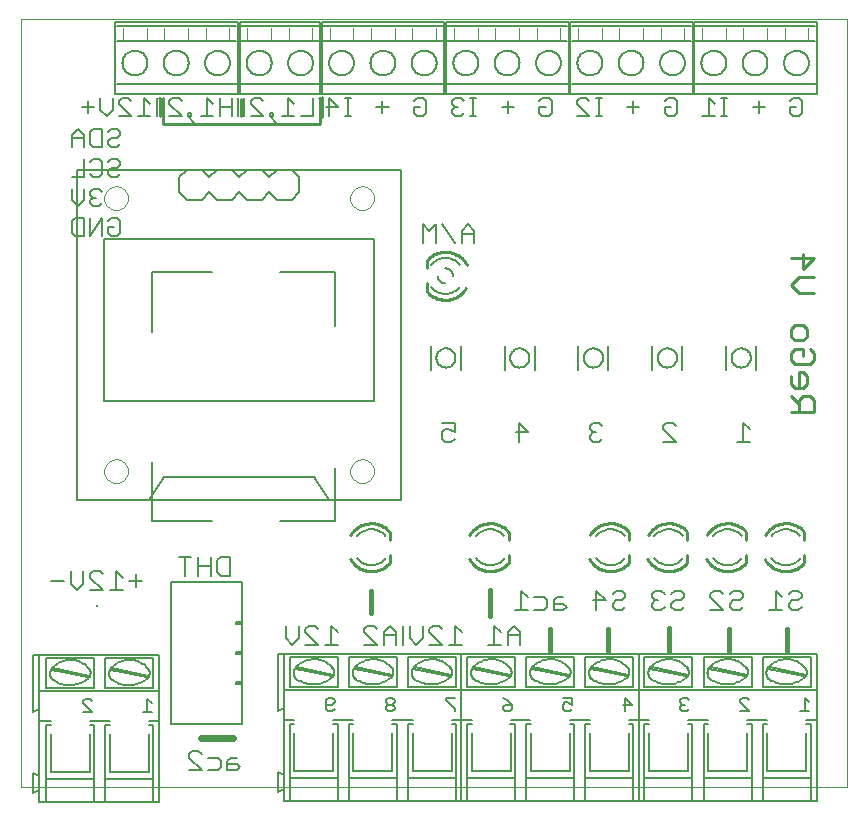
<source format=gbo>
G75*
%MOIN*%
%OFA0B0*%
%FSLAX24Y24*%
%IPPOS*%
%LPD*%
%AMOC8*
5,1,8,0,0,1.08239X$1,22.5*
%
%ADD10C,0.0000*%
%ADD11C,0.0070*%
%ADD12C,0.0090*%
%ADD13C,0.0100*%
%ADD14C,0.0160*%
%ADD15C,0.0060*%
%ADD16C,0.0050*%
%ADD17R,0.0098X0.0098*%
%ADD18C,0.0080*%
%ADD19C,0.0040*%
%ADD20C,0.0240*%
D10*
X000660Y001160D02*
X028219Y001160D01*
X028219Y026751D01*
X000660Y026751D01*
X000660Y001160D01*
X003445Y011677D02*
X003447Y011716D01*
X003453Y011755D01*
X003463Y011793D01*
X003476Y011830D01*
X003493Y011865D01*
X003513Y011899D01*
X003537Y011930D01*
X003564Y011959D01*
X003593Y011985D01*
X003625Y012008D01*
X003659Y012028D01*
X003695Y012044D01*
X003732Y012056D01*
X003771Y012065D01*
X003810Y012070D01*
X003849Y012071D01*
X003888Y012068D01*
X003927Y012061D01*
X003964Y012050D01*
X004001Y012036D01*
X004036Y012018D01*
X004069Y011997D01*
X004100Y011972D01*
X004128Y011945D01*
X004153Y011915D01*
X004175Y011882D01*
X004194Y011848D01*
X004209Y011812D01*
X004221Y011774D01*
X004229Y011736D01*
X004233Y011697D01*
X004233Y011657D01*
X004229Y011618D01*
X004221Y011580D01*
X004209Y011542D01*
X004194Y011506D01*
X004175Y011472D01*
X004153Y011439D01*
X004128Y011409D01*
X004100Y011382D01*
X004069Y011357D01*
X004036Y011336D01*
X004001Y011318D01*
X003964Y011304D01*
X003927Y011293D01*
X003888Y011286D01*
X003849Y011283D01*
X003810Y011284D01*
X003771Y011289D01*
X003732Y011298D01*
X003695Y011310D01*
X003659Y011326D01*
X003625Y011346D01*
X003593Y011369D01*
X003564Y011395D01*
X003537Y011424D01*
X003513Y011455D01*
X003493Y011489D01*
X003476Y011524D01*
X003463Y011561D01*
X003453Y011599D01*
X003447Y011638D01*
X003445Y011677D01*
X011645Y011677D02*
X011647Y011716D01*
X011653Y011755D01*
X011663Y011793D01*
X011676Y011830D01*
X011693Y011865D01*
X011713Y011899D01*
X011737Y011930D01*
X011764Y011959D01*
X011793Y011985D01*
X011825Y012008D01*
X011859Y012028D01*
X011895Y012044D01*
X011932Y012056D01*
X011971Y012065D01*
X012010Y012070D01*
X012049Y012071D01*
X012088Y012068D01*
X012127Y012061D01*
X012164Y012050D01*
X012201Y012036D01*
X012236Y012018D01*
X012269Y011997D01*
X012300Y011972D01*
X012328Y011945D01*
X012353Y011915D01*
X012375Y011882D01*
X012394Y011848D01*
X012409Y011812D01*
X012421Y011774D01*
X012429Y011736D01*
X012433Y011697D01*
X012433Y011657D01*
X012429Y011618D01*
X012421Y011580D01*
X012409Y011542D01*
X012394Y011506D01*
X012375Y011472D01*
X012353Y011439D01*
X012328Y011409D01*
X012300Y011382D01*
X012269Y011357D01*
X012236Y011336D01*
X012201Y011318D01*
X012164Y011304D01*
X012127Y011293D01*
X012088Y011286D01*
X012049Y011283D01*
X012010Y011284D01*
X011971Y011289D01*
X011932Y011298D01*
X011895Y011310D01*
X011859Y011326D01*
X011825Y011346D01*
X011793Y011369D01*
X011764Y011395D01*
X011737Y011424D01*
X011713Y011455D01*
X011693Y011489D01*
X011676Y011524D01*
X011663Y011561D01*
X011653Y011599D01*
X011647Y011638D01*
X011645Y011677D01*
X011645Y020777D02*
X011647Y020816D01*
X011653Y020855D01*
X011663Y020893D01*
X011676Y020930D01*
X011693Y020965D01*
X011713Y020999D01*
X011737Y021030D01*
X011764Y021059D01*
X011793Y021085D01*
X011825Y021108D01*
X011859Y021128D01*
X011895Y021144D01*
X011932Y021156D01*
X011971Y021165D01*
X012010Y021170D01*
X012049Y021171D01*
X012088Y021168D01*
X012127Y021161D01*
X012164Y021150D01*
X012201Y021136D01*
X012236Y021118D01*
X012269Y021097D01*
X012300Y021072D01*
X012328Y021045D01*
X012353Y021015D01*
X012375Y020982D01*
X012394Y020948D01*
X012409Y020912D01*
X012421Y020874D01*
X012429Y020836D01*
X012433Y020797D01*
X012433Y020757D01*
X012429Y020718D01*
X012421Y020680D01*
X012409Y020642D01*
X012394Y020606D01*
X012375Y020572D01*
X012353Y020539D01*
X012328Y020509D01*
X012300Y020482D01*
X012269Y020457D01*
X012236Y020436D01*
X012201Y020418D01*
X012164Y020404D01*
X012127Y020393D01*
X012088Y020386D01*
X012049Y020383D01*
X012010Y020384D01*
X011971Y020389D01*
X011932Y020398D01*
X011895Y020410D01*
X011859Y020426D01*
X011825Y020446D01*
X011793Y020469D01*
X011764Y020495D01*
X011737Y020524D01*
X011713Y020555D01*
X011693Y020589D01*
X011676Y020624D01*
X011663Y020661D01*
X011653Y020699D01*
X011647Y020738D01*
X011645Y020777D01*
X003445Y020777D02*
X003447Y020816D01*
X003453Y020855D01*
X003463Y020893D01*
X003476Y020930D01*
X003493Y020965D01*
X003513Y020999D01*
X003537Y021030D01*
X003564Y021059D01*
X003593Y021085D01*
X003625Y021108D01*
X003659Y021128D01*
X003695Y021144D01*
X003732Y021156D01*
X003771Y021165D01*
X003810Y021170D01*
X003849Y021171D01*
X003888Y021168D01*
X003927Y021161D01*
X003964Y021150D01*
X004001Y021136D01*
X004036Y021118D01*
X004069Y021097D01*
X004100Y021072D01*
X004128Y021045D01*
X004153Y021015D01*
X004175Y020982D01*
X004194Y020948D01*
X004209Y020912D01*
X004221Y020874D01*
X004229Y020836D01*
X004233Y020797D01*
X004233Y020757D01*
X004229Y020718D01*
X004221Y020680D01*
X004209Y020642D01*
X004194Y020606D01*
X004175Y020572D01*
X004153Y020539D01*
X004128Y020509D01*
X004100Y020482D01*
X004069Y020457D01*
X004036Y020436D01*
X004001Y020418D01*
X003964Y020404D01*
X003927Y020393D01*
X003888Y020386D01*
X003849Y020383D01*
X003810Y020384D01*
X003771Y020389D01*
X003732Y020398D01*
X003695Y020410D01*
X003659Y020426D01*
X003625Y020446D01*
X003593Y020469D01*
X003564Y020495D01*
X003537Y020524D01*
X003513Y020555D01*
X003493Y020589D01*
X003476Y020624D01*
X003463Y020661D01*
X003453Y020699D01*
X003447Y020738D01*
X003445Y020777D01*
D11*
X003373Y020602D02*
X003275Y020504D01*
X003078Y020504D01*
X002979Y020602D01*
X002979Y020701D01*
X003078Y020799D01*
X003176Y020799D01*
X003078Y020799D02*
X002979Y020898D01*
X002979Y020996D01*
X003078Y021094D01*
X003275Y021094D01*
X003373Y020996D01*
X003275Y021494D02*
X003078Y021494D01*
X002979Y021592D01*
X002765Y021494D02*
X002372Y021494D01*
X002765Y021494D02*
X002765Y022084D01*
X002979Y021986D02*
X003078Y022084D01*
X003275Y022084D01*
X003373Y021986D01*
X003373Y021592D01*
X003275Y021494D01*
X003587Y021592D02*
X003685Y021494D01*
X003882Y021494D01*
X003981Y021592D01*
X003882Y021789D02*
X003685Y021789D01*
X003587Y021691D01*
X003587Y021592D01*
X003882Y021789D02*
X003981Y021888D01*
X003981Y021986D01*
X003882Y022084D01*
X003685Y022084D01*
X003587Y021986D01*
X003685Y022484D02*
X003882Y022484D01*
X003981Y022582D01*
X003882Y022779D02*
X003685Y022779D01*
X003587Y022681D01*
X003587Y022582D01*
X003685Y022484D01*
X003373Y022484D02*
X003078Y022484D01*
X002979Y022582D01*
X002979Y022976D01*
X003078Y023074D01*
X003373Y023074D01*
X003373Y022484D01*
X003587Y022976D02*
X003685Y023074D01*
X003882Y023074D01*
X003981Y022976D01*
X003981Y022878D01*
X003882Y022779D01*
X003944Y023503D02*
X004352Y023503D01*
X003944Y023911D01*
X003944Y024013D01*
X004046Y024115D01*
X004250Y024115D01*
X004352Y024013D01*
X004775Y024115D02*
X004775Y023503D01*
X004572Y023503D02*
X004979Y023503D01*
X005188Y023503D02*
X005188Y024115D01*
X005397Y024115D02*
X005397Y023503D01*
X005617Y023503D02*
X006025Y023503D01*
X005617Y023911D01*
X005617Y024013D01*
X005719Y024115D01*
X005923Y024115D01*
X006025Y024013D01*
X006239Y023605D02*
X006341Y023605D01*
X006341Y023503D01*
X006239Y023503D01*
X006239Y023605D01*
X006239Y023503D02*
X006443Y023299D01*
X006662Y023503D02*
X007070Y023503D01*
X006866Y023503D02*
X006866Y024115D01*
X007070Y023911D01*
X007289Y023809D02*
X007697Y023809D01*
X007697Y023503D02*
X007697Y024115D01*
X007906Y024115D02*
X007906Y023503D01*
X008115Y023503D02*
X008115Y024115D01*
X008334Y024013D02*
X008334Y023911D01*
X008742Y023503D01*
X008334Y023503D01*
X008334Y024013D02*
X008436Y024115D01*
X008640Y024115D01*
X008742Y024013D01*
X008956Y023605D02*
X009058Y023605D01*
X009058Y023503D01*
X008956Y023503D01*
X008956Y023605D01*
X008956Y023503D02*
X009160Y023299D01*
X009380Y023503D02*
X009787Y023503D01*
X009584Y023503D02*
X009584Y024115D01*
X009787Y023911D01*
X010007Y023503D02*
X010415Y023503D01*
X010415Y024115D01*
X010624Y024115D02*
X010624Y023503D01*
X010945Y023503D02*
X010945Y024115D01*
X011251Y023809D01*
X010843Y023809D01*
X011465Y024115D02*
X011669Y024115D01*
X011567Y024115D02*
X011567Y023503D01*
X011669Y023503D02*
X011465Y023503D01*
X012515Y023809D02*
X012923Y023809D01*
X012719Y024013D02*
X012719Y023605D01*
X013770Y023605D02*
X013770Y023809D01*
X013974Y023809D01*
X014177Y024013D02*
X014177Y023605D01*
X014076Y023503D01*
X013872Y023503D01*
X013770Y023605D01*
X013770Y024013D02*
X013872Y024115D01*
X014076Y024115D01*
X014177Y024013D01*
X015024Y024013D02*
X015024Y023911D01*
X015126Y023809D01*
X015024Y023707D01*
X015024Y023605D01*
X015126Y023503D01*
X015330Y023503D01*
X015432Y023605D01*
X015646Y023503D02*
X015850Y023503D01*
X015748Y023503D02*
X015748Y024115D01*
X015850Y024115D02*
X015646Y024115D01*
X015432Y024013D02*
X015330Y024115D01*
X015126Y024115D01*
X015024Y024013D01*
X015126Y023809D02*
X015228Y023809D01*
X016696Y023809D02*
X017104Y023809D01*
X016900Y024013D02*
X016900Y023605D01*
X017951Y023605D02*
X017951Y023809D01*
X018155Y023809D01*
X018358Y024013D02*
X018358Y023605D01*
X018257Y023503D01*
X018053Y023503D01*
X017951Y023605D01*
X017951Y024013D02*
X018053Y024115D01*
X018257Y024115D01*
X018358Y024013D01*
X019205Y024013D02*
X019205Y023911D01*
X019613Y023503D01*
X019205Y023503D01*
X019205Y024013D02*
X019307Y024115D01*
X019511Y024115D01*
X019613Y024013D01*
X019827Y024115D02*
X020031Y024115D01*
X019929Y024115D02*
X019929Y023503D01*
X020031Y023503D02*
X019827Y023503D01*
X020877Y023809D02*
X021285Y023809D01*
X021081Y024013D02*
X021081Y023605D01*
X022132Y023605D02*
X022132Y023809D01*
X022336Y023809D01*
X022539Y024013D02*
X022539Y023605D01*
X022438Y023503D01*
X022234Y023503D01*
X022132Y023605D01*
X022132Y024013D02*
X022234Y024115D01*
X022438Y024115D01*
X022539Y024013D01*
X023386Y023503D02*
X023794Y023503D01*
X023590Y023503D02*
X023590Y024115D01*
X023794Y023911D01*
X024008Y024115D02*
X024212Y024115D01*
X024110Y024115D02*
X024110Y023503D01*
X024212Y023503D02*
X024008Y023503D01*
X025058Y023809D02*
X025466Y023809D01*
X025262Y024013D02*
X025262Y023605D01*
X026313Y023605D02*
X026313Y023809D01*
X026517Y023809D01*
X026720Y024013D02*
X026619Y024115D01*
X026415Y024115D01*
X026313Y024013D01*
X026720Y024013D02*
X026720Y023605D01*
X026619Y023503D01*
X026415Y023503D01*
X026313Y023605D01*
X015785Y019695D02*
X015785Y019275D01*
X015785Y019590D02*
X015364Y019590D01*
X015364Y019695D02*
X015364Y019275D01*
X015140Y019275D02*
X014720Y019906D01*
X014496Y019906D02*
X014285Y019695D01*
X014075Y019906D01*
X014075Y019275D01*
X014496Y019275D02*
X014496Y019906D01*
X015364Y019695D02*
X015575Y019906D01*
X015785Y019695D01*
X015121Y013287D02*
X014700Y013287D01*
X014805Y013076D02*
X014700Y012971D01*
X014700Y012761D01*
X014805Y012656D01*
X015015Y012656D01*
X015121Y012761D01*
X015121Y012971D02*
X014910Y013076D01*
X014805Y013076D01*
X015121Y012971D02*
X015121Y013287D01*
X017161Y012971D02*
X017581Y012971D01*
X017266Y013287D01*
X017266Y012656D01*
X019621Y012761D02*
X019726Y012656D01*
X019937Y012656D01*
X020042Y012761D01*
X019832Y012971D02*
X019726Y012971D01*
X019621Y012866D01*
X019621Y012761D01*
X019726Y012971D02*
X019621Y013076D01*
X019621Y013181D01*
X019726Y013287D01*
X019937Y013287D01*
X020042Y013181D01*
X022082Y013181D02*
X022082Y013076D01*
X022502Y012656D01*
X022082Y012656D01*
X022082Y013181D02*
X022187Y013287D01*
X022397Y013287D01*
X022502Y013181D01*
X024543Y012656D02*
X024963Y012656D01*
X024753Y012656D02*
X024753Y013287D01*
X024963Y013076D01*
X024626Y007689D02*
X024413Y007689D01*
X024306Y007582D01*
X024080Y007582D02*
X023973Y007689D01*
X023760Y007689D01*
X023654Y007582D01*
X023654Y007475D01*
X024080Y007049D01*
X023654Y007049D01*
X024306Y007156D02*
X024413Y007049D01*
X024626Y007049D01*
X024732Y007156D01*
X024626Y007369D02*
X024413Y007369D01*
X024306Y007262D01*
X024306Y007156D01*
X024626Y007369D02*
X024732Y007475D01*
X024732Y007582D01*
X024626Y007689D01*
X025611Y007049D02*
X026037Y007049D01*
X025824Y007049D02*
X025824Y007689D01*
X026037Y007475D01*
X026264Y007582D02*
X026370Y007689D01*
X026583Y007689D01*
X026690Y007582D01*
X026690Y007475D01*
X026583Y007369D01*
X026370Y007369D01*
X026264Y007262D01*
X026264Y007156D01*
X026370Y007049D01*
X026583Y007049D01*
X026690Y007156D01*
X022775Y007156D02*
X022668Y007049D01*
X022455Y007049D01*
X022349Y007156D01*
X022349Y007262D01*
X022455Y007369D01*
X022668Y007369D01*
X022775Y007475D01*
X022775Y007582D01*
X022668Y007689D01*
X022455Y007689D01*
X022349Y007582D01*
X022122Y007582D02*
X022016Y007689D01*
X021803Y007689D01*
X021696Y007582D01*
X021696Y007475D01*
X021803Y007369D01*
X021696Y007262D01*
X021696Y007156D01*
X021803Y007049D01*
X022016Y007049D01*
X022122Y007156D01*
X021909Y007369D02*
X021803Y007369D01*
X020817Y007475D02*
X020711Y007369D01*
X020498Y007369D01*
X020391Y007262D01*
X020391Y007156D01*
X020498Y007049D01*
X020711Y007049D01*
X020817Y007156D01*
X020817Y007475D02*
X020817Y007582D01*
X020711Y007689D01*
X020498Y007689D01*
X020391Y007582D01*
X020165Y007369D02*
X019739Y007369D01*
X019845Y007049D02*
X019845Y007689D01*
X020165Y007369D01*
X018860Y007156D02*
X018753Y007262D01*
X018434Y007262D01*
X018434Y007369D02*
X018434Y007049D01*
X018753Y007049D01*
X018860Y007156D01*
X018753Y007475D02*
X018540Y007475D01*
X018434Y007369D01*
X018207Y007369D02*
X018207Y007156D01*
X018101Y007049D01*
X017781Y007049D01*
X017555Y007049D02*
X017128Y007049D01*
X017342Y007049D02*
X017342Y007689D01*
X017555Y007475D01*
X017781Y007475D02*
X018101Y007475D01*
X018207Y007369D01*
X017318Y006318D02*
X017105Y006531D01*
X016892Y006318D01*
X016892Y005892D01*
X016665Y005892D02*
X016239Y005892D01*
X016452Y005892D02*
X016452Y006531D01*
X016665Y006318D01*
X016892Y006211D02*
X017318Y006211D01*
X017318Y006318D02*
X017318Y005892D01*
X015360Y005892D02*
X014934Y005892D01*
X015147Y005892D02*
X015147Y006531D01*
X015360Y006318D01*
X014708Y006425D02*
X014601Y006531D01*
X014388Y006531D01*
X014282Y006425D01*
X014282Y006318D01*
X014708Y005892D01*
X014282Y005892D01*
X014055Y006105D02*
X013842Y005892D01*
X013629Y006105D01*
X013629Y006531D01*
X013403Y006531D02*
X013403Y005892D01*
X013185Y005892D02*
X013185Y006318D01*
X012972Y006531D01*
X012759Y006318D01*
X012759Y005892D01*
X012533Y005892D02*
X012107Y006318D01*
X012107Y006425D01*
X012213Y006531D01*
X012426Y006531D01*
X012533Y006425D01*
X012759Y006211D02*
X013185Y006211D01*
X012533Y005892D02*
X012107Y005892D01*
X011228Y005892D02*
X010802Y005892D01*
X011015Y005892D02*
X011015Y006531D01*
X011228Y006318D01*
X010575Y006425D02*
X010469Y006531D01*
X010256Y006531D01*
X010149Y006425D01*
X010149Y006318D01*
X010575Y005892D01*
X010149Y005892D01*
X009923Y006105D02*
X009710Y005892D01*
X009496Y006105D01*
X009496Y006531D01*
X009923Y006531D02*
X009923Y006105D01*
X007639Y008196D02*
X007324Y008196D01*
X007219Y008301D01*
X007219Y008722D01*
X007324Y008827D01*
X007639Y008827D01*
X007639Y008196D01*
X006995Y008196D02*
X006995Y008827D01*
X006995Y008512D02*
X006574Y008512D01*
X006574Y008827D02*
X006574Y008196D01*
X006140Y008196D02*
X006140Y008827D01*
X006350Y008827D02*
X005930Y008827D01*
X004712Y008021D02*
X004286Y008021D01*
X004059Y008127D02*
X003846Y008340D01*
X003846Y007701D01*
X004059Y007701D02*
X003633Y007701D01*
X003407Y007701D02*
X002981Y008127D01*
X002981Y008234D01*
X003087Y008340D01*
X003300Y008340D01*
X003407Y008234D01*
X003407Y007701D02*
X002981Y007701D01*
X002754Y007914D02*
X002541Y007701D01*
X002328Y007914D01*
X002328Y008340D01*
X002102Y008021D02*
X001676Y008021D01*
X002754Y007914D02*
X002754Y008340D01*
X004499Y008234D02*
X004499Y007807D01*
X014055Y006531D02*
X014055Y006105D01*
X003882Y019514D02*
X003685Y019514D01*
X003587Y019612D01*
X003587Y019809D01*
X003784Y019809D01*
X003981Y019612D02*
X003882Y019514D01*
X003981Y019612D02*
X003981Y020006D01*
X003882Y020104D01*
X003685Y020104D01*
X003587Y020006D01*
X003373Y020104D02*
X003373Y019514D01*
X002979Y019514D02*
X002979Y020104D01*
X002765Y020104D02*
X002470Y020104D01*
X002372Y020006D01*
X002372Y019612D01*
X002470Y019514D01*
X002765Y019514D01*
X002765Y020104D01*
X002568Y020504D02*
X002372Y020701D01*
X002372Y021094D01*
X002765Y021094D02*
X002765Y020701D01*
X002568Y020504D01*
X003373Y020104D02*
X002979Y019514D01*
X002765Y022484D02*
X002765Y022878D01*
X002568Y023074D01*
X002372Y022878D01*
X002372Y022484D01*
X002372Y022779D02*
X002765Y022779D01*
X002894Y023605D02*
X002894Y024013D01*
X003098Y023809D02*
X002690Y023809D01*
X003317Y023707D02*
X003317Y024115D01*
X003725Y024115D02*
X003725Y023707D01*
X003521Y023503D01*
X003317Y023707D01*
X004775Y024115D02*
X004979Y023911D01*
X007289Y024115D02*
X007289Y023503D01*
D12*
X026345Y018798D02*
X027116Y018798D01*
X026730Y018413D01*
X026730Y018927D01*
X026602Y018135D02*
X027116Y018135D01*
X027116Y017621D02*
X026602Y017621D01*
X026345Y017878D01*
X026602Y018135D01*
X026473Y016551D02*
X026730Y016551D01*
X026859Y016423D01*
X026859Y016166D01*
X026730Y016037D01*
X026473Y016037D01*
X026345Y016166D01*
X026345Y016423D01*
X026473Y016551D01*
X026473Y015759D02*
X026345Y015631D01*
X026345Y015374D01*
X026473Y015246D01*
X026987Y015246D01*
X027116Y015374D01*
X027116Y015631D01*
X026987Y015759D01*
X026730Y015759D02*
X026730Y015503D01*
X026730Y015759D02*
X026473Y015759D01*
X026602Y014968D02*
X026602Y014454D01*
X026730Y014454D02*
X026473Y014454D01*
X026345Y014582D01*
X026345Y014839D01*
X026602Y014968D02*
X026730Y014968D01*
X026859Y014839D01*
X026859Y014582D01*
X026730Y014454D01*
X026730Y014176D02*
X026602Y014047D01*
X026602Y013662D01*
X026602Y013919D02*
X026345Y014176D01*
X026345Y013662D02*
X027116Y013662D01*
X027116Y014047D01*
X026987Y014176D01*
X026730Y014176D01*
D13*
X026783Y009640D02*
X026783Y009390D01*
X026783Y008890D02*
X026783Y008640D01*
X026163Y008340D02*
X026109Y008342D01*
X026055Y008347D01*
X026002Y008356D01*
X025949Y008369D01*
X025898Y008385D01*
X025848Y008405D01*
X025799Y008428D01*
X025751Y008454D01*
X025706Y008483D01*
X025663Y008516D01*
X025622Y008551D01*
X025583Y008589D01*
X025547Y008629D01*
X025514Y008672D01*
X025484Y008717D01*
X025457Y008764D01*
X024839Y008890D02*
X024839Y008640D01*
X024839Y009390D02*
X024839Y009640D01*
X024219Y008340D02*
X024165Y008342D01*
X024111Y008347D01*
X024058Y008356D01*
X024005Y008369D01*
X023954Y008385D01*
X023904Y008405D01*
X023855Y008428D01*
X023807Y008454D01*
X023762Y008483D01*
X023719Y008516D01*
X023678Y008551D01*
X023639Y008589D01*
X023603Y008629D01*
X023570Y008672D01*
X023540Y008717D01*
X023513Y008764D01*
X022880Y008890D02*
X022880Y008640D01*
X022880Y009390D02*
X022880Y009640D01*
X022260Y008340D02*
X022206Y008342D01*
X022152Y008347D01*
X022099Y008356D01*
X022046Y008369D01*
X021995Y008385D01*
X021945Y008405D01*
X021896Y008428D01*
X021848Y008454D01*
X021803Y008483D01*
X021760Y008516D01*
X021719Y008551D01*
X021680Y008589D01*
X021644Y008629D01*
X021611Y008672D01*
X021581Y008717D01*
X021554Y008764D01*
X020937Y008890D02*
X020937Y008640D01*
X020937Y009390D02*
X020937Y009640D01*
X020318Y008340D02*
X020264Y008342D01*
X020210Y008347D01*
X020157Y008356D01*
X020104Y008369D01*
X020053Y008385D01*
X020003Y008405D01*
X019954Y008428D01*
X019906Y008454D01*
X019861Y008483D01*
X019818Y008516D01*
X019777Y008551D01*
X019738Y008589D01*
X019702Y008629D01*
X019669Y008672D01*
X019639Y008717D01*
X019612Y008764D01*
X019622Y009537D02*
X019652Y009585D01*
X019685Y009630D01*
X019721Y009673D01*
X019759Y009714D01*
X019801Y009751D01*
X019845Y009786D01*
X019891Y009817D01*
X019940Y009846D01*
X019990Y009870D01*
X020042Y009891D01*
X020096Y009909D01*
X020150Y009922D01*
X020205Y009932D01*
X020261Y009938D01*
X020317Y009940D01*
X020370Y009938D01*
X020424Y009933D01*
X020476Y009924D01*
X020528Y009912D01*
X020579Y009896D01*
X020629Y009877D01*
X020678Y009854D01*
X020725Y009828D01*
X020770Y009800D01*
X020813Y009768D01*
X020853Y009734D01*
X020892Y009696D01*
X020928Y009657D01*
X020932Y008628D02*
X020896Y008588D01*
X020857Y008550D01*
X020816Y008515D01*
X020773Y008483D01*
X020728Y008453D01*
X020681Y008427D01*
X020632Y008405D01*
X020581Y008385D01*
X020530Y008369D01*
X020478Y008356D01*
X020424Y008347D01*
X020371Y008342D01*
X020317Y008340D01*
X021565Y009537D02*
X021595Y009585D01*
X021628Y009630D01*
X021664Y009673D01*
X021702Y009714D01*
X021744Y009751D01*
X021788Y009786D01*
X021834Y009817D01*
X021883Y009846D01*
X021933Y009870D01*
X021985Y009891D01*
X022039Y009909D01*
X022093Y009922D01*
X022148Y009932D01*
X022204Y009938D01*
X022260Y009940D01*
X022313Y009938D01*
X022367Y009933D01*
X022419Y009924D01*
X022471Y009912D01*
X022522Y009896D01*
X022572Y009877D01*
X022621Y009854D01*
X022668Y009828D01*
X022713Y009800D01*
X022756Y009768D01*
X022796Y009734D01*
X022835Y009696D01*
X022871Y009657D01*
X022875Y008628D02*
X022839Y008588D01*
X022800Y008550D01*
X022759Y008515D01*
X022716Y008483D01*
X022671Y008453D01*
X022624Y008427D01*
X022575Y008405D01*
X022524Y008385D01*
X022473Y008369D01*
X022421Y008356D01*
X022367Y008347D01*
X022314Y008342D01*
X022260Y008340D01*
X023524Y009537D02*
X023554Y009585D01*
X023587Y009630D01*
X023623Y009673D01*
X023661Y009714D01*
X023703Y009751D01*
X023747Y009786D01*
X023793Y009817D01*
X023842Y009846D01*
X023892Y009870D01*
X023944Y009891D01*
X023998Y009909D01*
X024052Y009922D01*
X024107Y009932D01*
X024163Y009938D01*
X024219Y009940D01*
X024272Y009938D01*
X024326Y009933D01*
X024378Y009924D01*
X024430Y009912D01*
X024481Y009896D01*
X024531Y009877D01*
X024580Y009854D01*
X024627Y009828D01*
X024672Y009800D01*
X024715Y009768D01*
X024755Y009734D01*
X024794Y009696D01*
X024830Y009657D01*
X024834Y008628D02*
X024798Y008588D01*
X024759Y008550D01*
X024718Y008515D01*
X024675Y008483D01*
X024630Y008453D01*
X024583Y008427D01*
X024534Y008405D01*
X024483Y008385D01*
X024432Y008369D01*
X024380Y008356D01*
X024326Y008347D01*
X024273Y008342D01*
X024219Y008340D01*
X025468Y009537D02*
X025498Y009585D01*
X025531Y009630D01*
X025567Y009673D01*
X025605Y009714D01*
X025647Y009751D01*
X025691Y009786D01*
X025737Y009817D01*
X025786Y009846D01*
X025836Y009870D01*
X025888Y009891D01*
X025942Y009909D01*
X025996Y009922D01*
X026051Y009932D01*
X026107Y009938D01*
X026163Y009940D01*
X026216Y009938D01*
X026270Y009933D01*
X026322Y009924D01*
X026374Y009912D01*
X026425Y009896D01*
X026475Y009877D01*
X026524Y009854D01*
X026571Y009828D01*
X026616Y009800D01*
X026659Y009768D01*
X026699Y009734D01*
X026738Y009696D01*
X026774Y009657D01*
X026778Y008628D02*
X026742Y008588D01*
X026703Y008550D01*
X026662Y008515D01*
X026619Y008483D01*
X026574Y008453D01*
X026527Y008427D01*
X026478Y008405D01*
X026427Y008385D01*
X026376Y008369D01*
X026324Y008356D01*
X026270Y008347D01*
X026217Y008342D01*
X026163Y008340D01*
X016926Y008640D02*
X016926Y008890D01*
X016926Y009390D02*
X016926Y009640D01*
X016306Y008340D02*
X016252Y008342D01*
X016198Y008347D01*
X016145Y008356D01*
X016092Y008369D01*
X016041Y008385D01*
X015991Y008405D01*
X015942Y008428D01*
X015894Y008454D01*
X015849Y008483D01*
X015806Y008516D01*
X015765Y008551D01*
X015726Y008589D01*
X015690Y008629D01*
X015657Y008672D01*
X015627Y008717D01*
X015600Y008764D01*
X015611Y009537D02*
X015641Y009585D01*
X015674Y009630D01*
X015710Y009673D01*
X015748Y009714D01*
X015790Y009751D01*
X015834Y009786D01*
X015880Y009817D01*
X015929Y009846D01*
X015979Y009870D01*
X016031Y009891D01*
X016085Y009909D01*
X016139Y009922D01*
X016194Y009932D01*
X016250Y009938D01*
X016306Y009940D01*
X016359Y009938D01*
X016413Y009933D01*
X016465Y009924D01*
X016517Y009912D01*
X016568Y009896D01*
X016618Y009877D01*
X016667Y009854D01*
X016714Y009828D01*
X016759Y009800D01*
X016802Y009768D01*
X016842Y009734D01*
X016881Y009696D01*
X016917Y009657D01*
X016921Y008628D02*
X016885Y008588D01*
X016846Y008550D01*
X016805Y008515D01*
X016762Y008483D01*
X016717Y008453D01*
X016670Y008427D01*
X016621Y008405D01*
X016570Y008385D01*
X016519Y008369D01*
X016467Y008356D01*
X016413Y008347D01*
X016360Y008342D01*
X016306Y008340D01*
X012965Y008640D02*
X012965Y008890D01*
X012965Y009390D02*
X012965Y009640D01*
X012345Y008340D02*
X012291Y008342D01*
X012237Y008347D01*
X012184Y008356D01*
X012131Y008369D01*
X012080Y008385D01*
X012030Y008405D01*
X011981Y008428D01*
X011933Y008454D01*
X011888Y008483D01*
X011845Y008516D01*
X011804Y008551D01*
X011765Y008589D01*
X011729Y008629D01*
X011696Y008672D01*
X011666Y008717D01*
X011639Y008764D01*
X011650Y009537D02*
X011680Y009585D01*
X011713Y009630D01*
X011749Y009673D01*
X011787Y009714D01*
X011829Y009751D01*
X011873Y009786D01*
X011919Y009817D01*
X011968Y009846D01*
X012018Y009870D01*
X012070Y009891D01*
X012124Y009909D01*
X012178Y009922D01*
X012233Y009932D01*
X012289Y009938D01*
X012345Y009940D01*
X012398Y009938D01*
X012452Y009933D01*
X012504Y009924D01*
X012556Y009912D01*
X012607Y009896D01*
X012657Y009877D01*
X012706Y009854D01*
X012753Y009828D01*
X012798Y009800D01*
X012841Y009768D01*
X012881Y009734D01*
X012920Y009696D01*
X012956Y009657D01*
X012960Y008628D02*
X012924Y008588D01*
X012885Y008550D01*
X012844Y008515D01*
X012801Y008483D01*
X012756Y008453D01*
X012709Y008427D01*
X012660Y008405D01*
X012609Y008385D01*
X012558Y008369D01*
X012506Y008356D01*
X012452Y008347D01*
X012399Y008342D01*
X012345Y008340D01*
X014196Y017687D02*
X014196Y017937D01*
X014196Y018437D02*
X014196Y018687D01*
X014816Y018987D02*
X014870Y018985D01*
X014924Y018980D01*
X014977Y018971D01*
X015030Y018958D01*
X015081Y018942D01*
X015131Y018922D01*
X015180Y018899D01*
X015228Y018873D01*
X015273Y018844D01*
X015316Y018811D01*
X015357Y018776D01*
X015396Y018738D01*
X015432Y018698D01*
X015465Y018655D01*
X015495Y018610D01*
X015522Y018563D01*
X015512Y017790D02*
X015482Y017742D01*
X015449Y017697D01*
X015413Y017654D01*
X015375Y017613D01*
X015333Y017576D01*
X015289Y017541D01*
X015243Y017510D01*
X015194Y017481D01*
X015144Y017457D01*
X015092Y017436D01*
X015038Y017418D01*
X014984Y017405D01*
X014929Y017395D01*
X014873Y017389D01*
X014817Y017387D01*
X014816Y017387D02*
X014763Y017389D01*
X014709Y017394D01*
X014657Y017403D01*
X014605Y017415D01*
X014554Y017431D01*
X014504Y017450D01*
X014455Y017473D01*
X014408Y017499D01*
X014363Y017527D01*
X014320Y017559D01*
X014280Y017593D01*
X014241Y017631D01*
X014205Y017670D01*
X014201Y018699D02*
X014237Y018739D01*
X014276Y018777D01*
X014317Y018812D01*
X014360Y018844D01*
X014405Y018874D01*
X014452Y018900D01*
X014501Y018922D01*
X014552Y018942D01*
X014603Y018958D01*
X014655Y018971D01*
X014709Y018980D01*
X014762Y018985D01*
X014816Y018987D01*
X010621Y023256D02*
X005409Y023256D01*
X005409Y024128D01*
X005291Y024113D02*
X005291Y023512D01*
X005286Y024113D02*
X005291Y024113D01*
X008003Y024098D02*
X008007Y024098D01*
X008007Y023507D01*
X010621Y023256D02*
X010621Y024132D01*
X010606Y024132D01*
X010694Y024147D02*
X010714Y024147D01*
X010714Y023493D01*
D14*
X012348Y007668D02*
X012348Y006962D01*
X016305Y006859D02*
X016305Y007722D01*
X018301Y006422D02*
X018301Y005660D01*
X020242Y005638D02*
X020252Y005638D01*
X020252Y006400D01*
X022272Y006446D02*
X022272Y005685D01*
X024260Y005660D02*
X024260Y006422D01*
X026190Y006422D02*
X026190Y005660D01*
D15*
X001087Y001616D02*
X001087Y000966D01*
X001287Y001066D01*
X001287Y001516D01*
X001287Y003366D01*
X001657Y003366D01*
X001657Y003216D02*
X001507Y003216D01*
X001507Y001416D01*
X001507Y000666D01*
X001287Y000666D01*
X001287Y001066D01*
X001507Y000666D02*
X003107Y000666D01*
X003477Y000666D01*
X005077Y000666D01*
X005077Y001416D01*
X003477Y001416D01*
X003477Y003216D01*
X003627Y003216D01*
X003627Y003366D02*
X002957Y003366D01*
X002957Y003216D02*
X003107Y003216D01*
X003107Y001416D01*
X001507Y001416D01*
X001287Y001516D02*
X001087Y001616D01*
X001657Y001666D02*
X002957Y001666D01*
X002957Y002916D01*
X003627Y002916D02*
X003627Y001666D01*
X004927Y001666D01*
X004927Y002916D01*
X004927Y003216D02*
X005077Y003216D01*
X005077Y001416D01*
X005077Y000666D02*
X005287Y000666D01*
X005287Y003366D01*
X004927Y003366D01*
X005287Y003366D02*
X005287Y004366D01*
X005287Y005566D01*
X001287Y005566D01*
X001087Y005566D01*
X001087Y003666D01*
X001287Y003766D01*
X001287Y004366D01*
X005287Y004366D01*
X005077Y004466D02*
X005077Y005466D01*
X003477Y005466D01*
X003477Y004466D01*
X005077Y004466D01*
X004867Y004816D02*
X003667Y005066D01*
X003717Y005116D02*
X004917Y004866D01*
X004840Y004742D02*
X004866Y004759D01*
X004889Y004778D01*
X004909Y004801D01*
X004926Y004825D01*
X004940Y004852D01*
X004951Y004881D01*
X004957Y004910D01*
X004960Y004940D01*
X004959Y004971D01*
X004954Y005000D01*
X004945Y005029D01*
X004932Y005057D01*
X004916Y005082D01*
X004897Y005106D01*
X004857Y004756D02*
X004809Y004720D01*
X004758Y004687D01*
X004706Y004657D01*
X004652Y004631D01*
X004596Y004608D01*
X004539Y004588D01*
X004481Y004572D01*
X004422Y004560D01*
X004362Y004552D01*
X004302Y004547D01*
X004242Y004546D01*
X004182Y004549D01*
X004122Y004556D01*
X004062Y004566D01*
X004004Y004580D01*
X003946Y004598D01*
X003890Y004619D01*
X003835Y004644D01*
X003782Y004672D01*
X003730Y004703D01*
X003681Y004738D01*
X003699Y004724D02*
X003677Y004746D01*
X003658Y004769D01*
X003642Y004795D01*
X003629Y004822D01*
X003619Y004851D01*
X003612Y004880D01*
X003608Y004911D01*
X003608Y004941D01*
X003612Y004971D01*
X003619Y005001D01*
X003629Y005029D01*
X003642Y005057D01*
X003658Y005082D01*
X003677Y005106D01*
X003107Y005466D02*
X003107Y004466D01*
X001507Y004466D01*
X001507Y005466D01*
X003107Y005466D01*
X002947Y004866D02*
X001747Y005116D01*
X001697Y005066D02*
X002897Y004816D01*
X002870Y004742D02*
X002896Y004759D01*
X002919Y004778D01*
X002939Y004801D01*
X002956Y004825D01*
X002970Y004852D01*
X002981Y004881D01*
X002987Y004910D01*
X002990Y004940D01*
X002989Y004971D01*
X002984Y005000D01*
X002975Y005029D01*
X002962Y005057D01*
X002946Y005082D01*
X002927Y005106D01*
X002887Y004756D02*
X002839Y004720D01*
X002788Y004687D01*
X002736Y004657D01*
X002682Y004631D01*
X002626Y004608D01*
X002569Y004588D01*
X002511Y004572D01*
X002452Y004560D01*
X002392Y004552D01*
X002332Y004547D01*
X002272Y004546D01*
X002212Y004549D01*
X002152Y004556D01*
X002092Y004566D01*
X002034Y004580D01*
X001976Y004598D01*
X001920Y004619D01*
X001865Y004644D01*
X001812Y004672D01*
X001760Y004703D01*
X001711Y004738D01*
X001729Y004724D02*
X001707Y004746D01*
X001688Y004769D01*
X001672Y004795D01*
X001659Y004822D01*
X001649Y004851D01*
X001642Y004880D01*
X001638Y004911D01*
X001638Y004941D01*
X001642Y004971D01*
X001649Y005001D01*
X001659Y005029D01*
X001672Y005057D01*
X001688Y005082D01*
X001707Y005106D01*
X001287Y005566D02*
X001287Y004366D01*
X001287Y003766D02*
X001287Y003366D01*
X001657Y002916D02*
X001657Y001666D01*
X003107Y001416D02*
X003107Y000666D01*
X003477Y000666D02*
X003477Y001416D01*
X006261Y001702D02*
X006688Y001702D01*
X006261Y002129D01*
X006261Y002236D01*
X006368Y002342D01*
X006582Y002342D01*
X006688Y002236D01*
X006906Y002129D02*
X007226Y002129D01*
X007333Y002022D01*
X007333Y001809D01*
X007226Y001702D01*
X006906Y001702D01*
X007550Y001702D02*
X007871Y001702D01*
X007977Y001809D01*
X007871Y001915D01*
X007550Y001915D01*
X007550Y002022D02*
X007550Y001702D01*
X007550Y002022D02*
X007657Y002129D01*
X007871Y002129D01*
X009231Y001642D02*
X009231Y000992D01*
X009431Y001092D01*
X009431Y001542D01*
X009431Y003392D01*
X009781Y003392D01*
X009781Y003242D02*
X009631Y003242D01*
X009631Y001442D01*
X011231Y001442D01*
X011231Y003242D01*
X011071Y003242D01*
X011081Y003392D02*
X011741Y003392D01*
X011751Y003242D02*
X011601Y003242D01*
X011601Y001442D01*
X011601Y000692D01*
X011231Y000692D01*
X009631Y000692D01*
X009631Y001442D01*
X009431Y001542D02*
X009231Y001642D01*
X009781Y001692D02*
X009781Y002942D01*
X009431Y003392D02*
X009431Y003792D01*
X009431Y004392D01*
X015351Y004392D01*
X015351Y005592D01*
X021261Y005592D01*
X021261Y004392D01*
X015351Y004392D01*
X015351Y003392D01*
X015691Y003392D01*
X015691Y003242D02*
X015541Y003242D01*
X015541Y001442D01*
X017141Y001442D01*
X017141Y003242D01*
X016981Y003242D01*
X016991Y003392D02*
X017651Y003392D01*
X017661Y003242D02*
X017511Y003242D01*
X017511Y001442D01*
X017511Y000692D01*
X017141Y000692D01*
X015541Y000692D01*
X015351Y000692D01*
X015351Y003392D01*
X015021Y003392D01*
X015021Y003242D02*
X015171Y003242D01*
X015171Y001442D01*
X015171Y000692D01*
X013571Y000692D01*
X013201Y000692D01*
X011601Y000692D01*
X011231Y000692D02*
X011231Y001442D01*
X011081Y001692D02*
X011081Y002942D01*
X011751Y002942D02*
X011751Y001692D01*
X013051Y001692D01*
X013051Y002942D01*
X013051Y003242D02*
X013201Y003242D01*
X013201Y001442D01*
X011601Y001442D01*
X011081Y001692D02*
X009781Y001692D01*
X009431Y001092D02*
X009431Y000692D01*
X009631Y000692D01*
X009231Y003692D02*
X009431Y003792D01*
X009231Y003692D02*
X009231Y005592D01*
X009431Y005592D01*
X015351Y005592D01*
X015171Y005492D02*
X013571Y005492D01*
X013571Y004492D01*
X015171Y004492D01*
X015171Y005492D01*
X015541Y005492D02*
X015541Y004492D01*
X017141Y004492D01*
X017141Y005492D01*
X015541Y005492D01*
X015781Y005142D02*
X016981Y004892D01*
X016931Y004842D02*
X015731Y005092D01*
X015741Y005132D02*
X015722Y005108D01*
X015706Y005083D01*
X015693Y005055D01*
X015683Y005027D01*
X015676Y004997D01*
X015672Y004967D01*
X015672Y004937D01*
X015676Y004906D01*
X015683Y004877D01*
X015693Y004848D01*
X015706Y004821D01*
X015722Y004795D01*
X015741Y004772D01*
X015763Y004750D01*
X015739Y005134D02*
X015776Y005174D01*
X015816Y005211D01*
X015858Y005246D01*
X015902Y005277D01*
X015948Y005306D01*
X015996Y005331D01*
X016046Y005353D01*
X016097Y005372D01*
X016149Y005388D01*
X016203Y005399D01*
X016256Y005407D01*
X016311Y005412D01*
X016365Y005413D01*
X016419Y005410D01*
X016474Y005404D01*
X016527Y005394D01*
X016580Y005380D01*
X016631Y005363D01*
X016682Y005342D01*
X016731Y005319D01*
X016778Y005291D01*
X016823Y005261D01*
X016866Y005228D01*
X016907Y005192D01*
X016946Y005153D01*
X016981Y005112D01*
X016961Y005132D02*
X016980Y005108D01*
X016996Y005083D01*
X017009Y005055D01*
X017018Y005026D01*
X017023Y004997D01*
X017024Y004966D01*
X017021Y004936D01*
X017015Y004907D01*
X017004Y004878D01*
X016990Y004851D01*
X016973Y004827D01*
X016953Y004804D01*
X016930Y004785D01*
X016904Y004768D01*
X017511Y004492D02*
X017511Y005492D01*
X019111Y005492D01*
X019111Y004492D01*
X017511Y004492D01*
X017733Y004750D02*
X017711Y004772D01*
X017692Y004795D01*
X017676Y004821D01*
X017663Y004848D01*
X017653Y004877D01*
X017646Y004906D01*
X017642Y004937D01*
X017642Y004967D01*
X017646Y004997D01*
X017653Y005027D01*
X017663Y005055D01*
X017676Y005083D01*
X017692Y005108D01*
X017711Y005132D01*
X017751Y005142D02*
X018951Y004892D01*
X018901Y004842D02*
X017701Y005092D01*
X017715Y004764D02*
X017764Y004729D01*
X017816Y004698D01*
X017869Y004670D01*
X017924Y004645D01*
X017980Y004624D01*
X018038Y004606D01*
X018096Y004592D01*
X018156Y004582D01*
X018216Y004575D01*
X018276Y004572D01*
X018336Y004573D01*
X018396Y004578D01*
X018456Y004586D01*
X018515Y004598D01*
X018573Y004614D01*
X018630Y004634D01*
X018686Y004657D01*
X018740Y004683D01*
X018792Y004713D01*
X018843Y004746D01*
X018891Y004782D01*
X018874Y004768D02*
X018900Y004785D01*
X018923Y004804D01*
X018943Y004827D01*
X018960Y004851D01*
X018974Y004878D01*
X018985Y004907D01*
X018991Y004936D01*
X018994Y004966D01*
X018993Y004997D01*
X018988Y005026D01*
X018979Y005055D01*
X018966Y005083D01*
X018950Y005108D01*
X018931Y005132D01*
X019481Y005492D02*
X019481Y004492D01*
X021081Y004492D01*
X021081Y005492D01*
X019481Y005492D01*
X019711Y005142D02*
X020911Y004892D01*
X020861Y004842D02*
X019661Y005092D01*
X019671Y005132D02*
X019652Y005108D01*
X019636Y005083D01*
X019623Y005055D01*
X019613Y005027D01*
X019606Y004997D01*
X019602Y004967D01*
X019602Y004937D01*
X019606Y004906D01*
X019613Y004877D01*
X019623Y004848D01*
X019636Y004821D01*
X019652Y004795D01*
X019671Y004772D01*
X019693Y004750D01*
X019669Y005134D02*
X019706Y005174D01*
X019746Y005211D01*
X019788Y005246D01*
X019832Y005277D01*
X019878Y005306D01*
X019926Y005331D01*
X019976Y005354D01*
X020027Y005372D01*
X020079Y005388D01*
X020133Y005399D01*
X020186Y005407D01*
X020241Y005412D01*
X020295Y005413D01*
X020350Y005410D01*
X020404Y005404D01*
X020457Y005394D01*
X020510Y005380D01*
X020561Y005363D01*
X020612Y005342D01*
X020661Y005319D01*
X020708Y005291D01*
X020753Y005261D01*
X020797Y005228D01*
X020837Y005192D01*
X020876Y005153D01*
X020911Y005112D01*
X020891Y005132D02*
X020910Y005108D01*
X020926Y005083D01*
X020939Y005055D01*
X020948Y005026D01*
X020953Y004997D01*
X020954Y004966D01*
X020951Y004936D01*
X020945Y004907D01*
X020934Y004878D01*
X020920Y004851D01*
X020903Y004827D01*
X020883Y004804D01*
X020860Y004785D01*
X020834Y004768D01*
X021261Y004392D02*
X021261Y003392D01*
X020931Y003392D01*
X020931Y003242D02*
X021081Y003242D01*
X021081Y001442D01*
X021081Y000692D01*
X019481Y000692D01*
X019111Y000692D01*
X017511Y000692D01*
X017141Y000692D02*
X017141Y001442D01*
X016991Y001692D02*
X016991Y002942D01*
X017661Y002942D02*
X017661Y001692D01*
X018961Y001692D01*
X018961Y002942D01*
X018961Y003242D02*
X019111Y003242D01*
X019111Y001442D01*
X017511Y001442D01*
X016991Y001692D02*
X015691Y001692D01*
X015691Y002942D01*
X015021Y002942D02*
X015021Y001692D01*
X013721Y001692D01*
X013721Y002942D01*
X013721Y003242D02*
X013571Y003242D01*
X013571Y001442D01*
X015171Y001442D01*
X015541Y001442D02*
X015541Y000692D01*
X015351Y000692D02*
X015171Y000692D01*
X013571Y000692D02*
X013571Y001442D01*
X013201Y001442D02*
X013201Y000692D01*
X013051Y003392D02*
X013721Y003392D01*
X013201Y004492D02*
X011601Y004492D01*
X011601Y005492D01*
X013201Y005492D01*
X013201Y004492D01*
X012991Y004842D02*
X011791Y005092D01*
X011841Y005142D02*
X013041Y004892D01*
X012964Y004768D02*
X012990Y004785D01*
X013013Y004804D01*
X013033Y004827D01*
X013050Y004851D01*
X013064Y004878D01*
X013075Y004907D01*
X013081Y004936D01*
X013084Y004966D01*
X013083Y004997D01*
X013078Y005026D01*
X013069Y005055D01*
X013056Y005083D01*
X013040Y005108D01*
X013021Y005132D01*
X013751Y005092D02*
X014951Y004842D01*
X015001Y004892D02*
X013801Y005142D01*
X013761Y005132D02*
X013742Y005108D01*
X013726Y005083D01*
X013713Y005055D01*
X013703Y005027D01*
X013696Y004997D01*
X013692Y004967D01*
X013692Y004937D01*
X013696Y004906D01*
X013703Y004877D01*
X013713Y004848D01*
X013726Y004821D01*
X013742Y004795D01*
X013761Y004772D01*
X013783Y004750D01*
X013759Y005134D02*
X013796Y005174D01*
X013836Y005211D01*
X013878Y005246D01*
X013922Y005277D01*
X013968Y005306D01*
X014016Y005331D01*
X014066Y005353D01*
X014117Y005372D01*
X014169Y005388D01*
X014223Y005399D01*
X014276Y005407D01*
X014331Y005412D01*
X014385Y005413D01*
X014439Y005410D01*
X014494Y005404D01*
X014547Y005394D01*
X014600Y005380D01*
X014651Y005363D01*
X014702Y005342D01*
X014751Y005319D01*
X014798Y005291D01*
X014843Y005261D01*
X014886Y005228D01*
X014927Y005192D01*
X014966Y005153D01*
X015001Y005112D01*
X014981Y005132D02*
X015000Y005108D01*
X015016Y005083D01*
X015029Y005055D01*
X015038Y005026D01*
X015043Y004997D01*
X015044Y004966D01*
X015041Y004936D01*
X015035Y004907D01*
X015024Y004878D01*
X015010Y004851D01*
X014993Y004827D01*
X014973Y004804D01*
X014950Y004785D01*
X014924Y004768D01*
X014941Y004782D02*
X014893Y004746D01*
X014842Y004713D01*
X014790Y004683D01*
X014736Y004657D01*
X014680Y004634D01*
X014623Y004614D01*
X014565Y004598D01*
X014506Y004586D01*
X014446Y004578D01*
X014386Y004573D01*
X014326Y004572D01*
X014266Y004575D01*
X014206Y004582D01*
X014146Y004592D01*
X014088Y004606D01*
X014030Y004624D01*
X013974Y004645D01*
X013919Y004670D01*
X013866Y004698D01*
X013814Y004729D01*
X013765Y004764D01*
X013041Y005112D02*
X013006Y005153D01*
X012967Y005192D01*
X012926Y005228D01*
X012883Y005261D01*
X012838Y005291D01*
X012791Y005319D01*
X012742Y005342D01*
X012691Y005363D01*
X012640Y005380D01*
X012587Y005394D01*
X012534Y005404D01*
X012479Y005410D01*
X012425Y005413D01*
X012371Y005412D01*
X012316Y005407D01*
X012263Y005399D01*
X012209Y005388D01*
X012157Y005372D01*
X012106Y005353D01*
X012056Y005331D01*
X012008Y005306D01*
X011962Y005277D01*
X011918Y005246D01*
X011876Y005211D01*
X011836Y005174D01*
X011799Y005134D01*
X011801Y005132D02*
X011782Y005108D01*
X011766Y005083D01*
X011753Y005055D01*
X011743Y005027D01*
X011736Y004997D01*
X011732Y004967D01*
X011732Y004937D01*
X011736Y004906D01*
X011743Y004877D01*
X011753Y004848D01*
X011766Y004821D01*
X011782Y004795D01*
X011801Y004772D01*
X011823Y004750D01*
X011231Y004492D02*
X011231Y005492D01*
X009631Y005492D01*
X009631Y004492D01*
X011231Y004492D01*
X011021Y004842D02*
X009821Y005092D01*
X009871Y005142D02*
X011071Y004892D01*
X010994Y004768D02*
X011020Y004785D01*
X011043Y004804D01*
X011063Y004827D01*
X011080Y004851D01*
X011094Y004878D01*
X011105Y004907D01*
X011111Y004936D01*
X011114Y004966D01*
X011113Y004997D01*
X011108Y005026D01*
X011099Y005055D01*
X011086Y005083D01*
X011070Y005108D01*
X011051Y005132D01*
X011011Y004782D02*
X010963Y004746D01*
X010912Y004713D01*
X010860Y004683D01*
X010806Y004657D01*
X010750Y004634D01*
X010693Y004614D01*
X010635Y004598D01*
X010576Y004586D01*
X010516Y004578D01*
X010456Y004573D01*
X010396Y004572D01*
X010336Y004575D01*
X010276Y004582D01*
X010216Y004592D01*
X010158Y004606D01*
X010100Y004624D01*
X010044Y004645D01*
X009989Y004670D01*
X009936Y004698D01*
X009884Y004729D01*
X009835Y004764D01*
X009853Y004750D02*
X009831Y004772D01*
X009812Y004795D01*
X009796Y004821D01*
X009783Y004848D01*
X009773Y004877D01*
X009766Y004906D01*
X009762Y004937D01*
X009762Y004967D01*
X009766Y004997D01*
X009773Y005027D01*
X009783Y005055D01*
X009796Y005083D01*
X009812Y005108D01*
X009831Y005132D01*
X009431Y005592D02*
X009431Y004392D01*
X009829Y005134D02*
X009866Y005174D01*
X009906Y005211D01*
X009948Y005246D01*
X009992Y005277D01*
X010038Y005306D01*
X010086Y005331D01*
X010136Y005353D01*
X010187Y005372D01*
X010239Y005388D01*
X010293Y005399D01*
X010346Y005407D01*
X010401Y005412D01*
X010455Y005413D01*
X010509Y005410D01*
X010564Y005404D01*
X010617Y005394D01*
X010670Y005380D01*
X010721Y005363D01*
X010772Y005342D01*
X010821Y005319D01*
X010868Y005291D01*
X010913Y005261D01*
X010956Y005228D01*
X010997Y005192D01*
X011036Y005153D01*
X011071Y005112D01*
X011805Y004764D02*
X011854Y004729D01*
X011906Y004698D01*
X011959Y004670D01*
X012014Y004645D01*
X012070Y004624D01*
X012128Y004606D01*
X012186Y004592D01*
X012246Y004582D01*
X012306Y004575D01*
X012366Y004572D01*
X012426Y004573D01*
X012486Y004578D01*
X012546Y004586D01*
X012605Y004598D01*
X012663Y004614D01*
X012720Y004634D01*
X012776Y004657D01*
X012830Y004683D01*
X012882Y004713D01*
X012933Y004746D01*
X012981Y004782D01*
X015745Y004764D02*
X015794Y004729D01*
X015846Y004698D01*
X015899Y004670D01*
X015954Y004645D01*
X016010Y004624D01*
X016068Y004606D01*
X016126Y004592D01*
X016186Y004582D01*
X016246Y004575D01*
X016306Y004572D01*
X016366Y004573D01*
X016426Y004578D01*
X016486Y004586D01*
X016545Y004598D01*
X016603Y004614D01*
X016660Y004634D01*
X016716Y004657D01*
X016770Y004683D01*
X016822Y004713D01*
X016873Y004746D01*
X016921Y004782D01*
X017709Y005134D02*
X017746Y005174D01*
X017786Y005211D01*
X017828Y005246D01*
X017872Y005277D01*
X017918Y005306D01*
X017966Y005331D01*
X018016Y005354D01*
X018067Y005372D01*
X018119Y005388D01*
X018173Y005399D01*
X018226Y005407D01*
X018281Y005412D01*
X018335Y005413D01*
X018390Y005410D01*
X018444Y005404D01*
X018497Y005394D01*
X018550Y005380D01*
X018601Y005363D01*
X018652Y005342D01*
X018701Y005319D01*
X018748Y005291D01*
X018793Y005261D01*
X018837Y005228D01*
X018877Y005192D01*
X018916Y005153D01*
X018951Y005112D01*
X019675Y004764D02*
X019724Y004729D01*
X019776Y004698D01*
X019829Y004670D01*
X019884Y004645D01*
X019940Y004624D01*
X019998Y004606D01*
X020056Y004592D01*
X020116Y004582D01*
X020176Y004575D01*
X020236Y004572D01*
X020296Y004573D01*
X020356Y004578D01*
X020416Y004586D01*
X020475Y004598D01*
X020533Y004614D01*
X020590Y004634D01*
X020646Y004657D01*
X020700Y004683D01*
X020752Y004713D01*
X020803Y004746D01*
X020851Y004782D01*
X021261Y004392D02*
X027191Y004392D01*
X027191Y005592D01*
X021261Y005592D01*
X021451Y005492D02*
X021451Y004492D01*
X023051Y004492D01*
X023051Y005492D01*
X021451Y005492D01*
X021691Y005142D02*
X022891Y004892D01*
X022841Y004842D02*
X021641Y005092D01*
X021651Y005132D02*
X021632Y005108D01*
X021616Y005083D01*
X021603Y005055D01*
X021593Y005027D01*
X021586Y004997D01*
X021582Y004967D01*
X021582Y004937D01*
X021586Y004906D01*
X021593Y004877D01*
X021603Y004848D01*
X021616Y004821D01*
X021632Y004795D01*
X021651Y004772D01*
X021673Y004750D01*
X021649Y005134D02*
X021686Y005174D01*
X021726Y005211D01*
X021768Y005246D01*
X021812Y005277D01*
X021858Y005306D01*
X021906Y005331D01*
X021956Y005354D01*
X022007Y005372D01*
X022059Y005388D01*
X022113Y005399D01*
X022166Y005407D01*
X022221Y005412D01*
X022275Y005413D01*
X022330Y005410D01*
X022384Y005404D01*
X022437Y005394D01*
X022490Y005380D01*
X022541Y005363D01*
X022592Y005342D01*
X022641Y005319D01*
X022688Y005291D01*
X022733Y005261D01*
X022777Y005228D01*
X022817Y005192D01*
X022856Y005153D01*
X022891Y005112D01*
X022871Y005132D02*
X022890Y005108D01*
X022906Y005083D01*
X022919Y005055D01*
X022928Y005026D01*
X022933Y004997D01*
X022934Y004966D01*
X022931Y004936D01*
X022925Y004907D01*
X022914Y004878D01*
X022900Y004851D01*
X022883Y004827D01*
X022863Y004804D01*
X022840Y004785D01*
X022814Y004768D01*
X023421Y004492D02*
X023421Y005492D01*
X025021Y005492D01*
X025021Y004492D01*
X023421Y004492D01*
X023643Y004750D02*
X023621Y004772D01*
X023602Y004795D01*
X023586Y004821D01*
X023573Y004848D01*
X023563Y004877D01*
X023556Y004906D01*
X023552Y004937D01*
X023552Y004967D01*
X023556Y004997D01*
X023563Y005027D01*
X023573Y005055D01*
X023586Y005083D01*
X023602Y005108D01*
X023621Y005132D01*
X023661Y005142D02*
X024861Y004892D01*
X024811Y004842D02*
X023611Y005092D01*
X023625Y004764D02*
X023674Y004729D01*
X023726Y004698D01*
X023779Y004670D01*
X023834Y004645D01*
X023890Y004624D01*
X023948Y004606D01*
X024006Y004592D01*
X024066Y004582D01*
X024126Y004575D01*
X024186Y004572D01*
X024246Y004573D01*
X024306Y004578D01*
X024366Y004586D01*
X024425Y004598D01*
X024483Y004614D01*
X024540Y004634D01*
X024596Y004657D01*
X024650Y004683D01*
X024702Y004713D01*
X024753Y004746D01*
X024801Y004782D01*
X024784Y004768D02*
X024810Y004785D01*
X024833Y004804D01*
X024853Y004827D01*
X024870Y004851D01*
X024884Y004878D01*
X024895Y004907D01*
X024901Y004936D01*
X024904Y004966D01*
X024903Y004997D01*
X024898Y005026D01*
X024889Y005055D01*
X024876Y005083D01*
X024860Y005108D01*
X024841Y005132D01*
X025391Y005492D02*
X025391Y004492D01*
X026991Y004492D01*
X026991Y005492D01*
X025391Y005492D01*
X025621Y005142D02*
X026821Y004892D01*
X026771Y004842D02*
X025571Y005092D01*
X025581Y005132D02*
X025562Y005108D01*
X025546Y005083D01*
X025533Y005055D01*
X025523Y005027D01*
X025516Y004997D01*
X025512Y004967D01*
X025512Y004937D01*
X025516Y004906D01*
X025523Y004877D01*
X025533Y004848D01*
X025546Y004821D01*
X025562Y004795D01*
X025581Y004772D01*
X025603Y004750D01*
X025579Y005134D02*
X025616Y005174D01*
X025656Y005211D01*
X025698Y005246D01*
X025742Y005277D01*
X025788Y005306D01*
X025836Y005331D01*
X025886Y005354D01*
X025937Y005372D01*
X025989Y005388D01*
X026043Y005399D01*
X026096Y005407D01*
X026151Y005412D01*
X026205Y005413D01*
X026260Y005410D01*
X026314Y005404D01*
X026367Y005394D01*
X026420Y005380D01*
X026471Y005363D01*
X026522Y005342D01*
X026571Y005319D01*
X026618Y005291D01*
X026663Y005261D01*
X026707Y005228D01*
X026747Y005192D01*
X026786Y005153D01*
X026821Y005112D01*
X026801Y005132D02*
X026820Y005108D01*
X026836Y005083D01*
X026849Y005055D01*
X026858Y005026D01*
X026863Y004997D01*
X026864Y004966D01*
X026861Y004936D01*
X026855Y004907D01*
X026844Y004878D01*
X026830Y004851D01*
X026813Y004827D01*
X026793Y004804D01*
X026770Y004785D01*
X026744Y004768D01*
X027191Y004392D02*
X027191Y003392D01*
X026841Y003392D01*
X026841Y003242D02*
X026991Y003242D01*
X026991Y001442D01*
X026991Y000692D01*
X025391Y000692D01*
X025021Y000692D01*
X023421Y000692D01*
X023421Y001442D01*
X025021Y001442D01*
X025021Y003242D01*
X024871Y003242D01*
X024871Y003392D02*
X025541Y003392D01*
X025541Y003242D02*
X025391Y003242D01*
X025391Y001442D01*
X026991Y001442D01*
X026841Y001692D02*
X026841Y002942D01*
X027191Y003392D02*
X027191Y000692D01*
X026991Y000692D01*
X026841Y001692D02*
X025541Y001692D01*
X025541Y002942D01*
X024871Y002942D02*
X024871Y001692D01*
X023571Y001692D01*
X023571Y002942D01*
X023571Y003242D02*
X023421Y003242D01*
X023421Y001442D01*
X023051Y001442D02*
X023051Y003242D01*
X022891Y003242D01*
X022901Y003392D02*
X023561Y003392D01*
X022901Y002942D02*
X022901Y001692D01*
X021601Y001692D01*
X021601Y002942D01*
X021601Y003242D02*
X021451Y003242D01*
X021451Y001442D01*
X023051Y001442D01*
X023051Y000692D01*
X021451Y000692D01*
X021261Y000692D01*
X021081Y000692D01*
X021261Y000692D02*
X021261Y003392D01*
X021601Y003392D01*
X020931Y002942D02*
X020931Y001692D01*
X019631Y001692D01*
X019631Y002942D01*
X019631Y003242D02*
X019481Y003242D01*
X019481Y001442D01*
X021081Y001442D01*
X021451Y001442D02*
X021451Y000692D01*
X023051Y000692D02*
X023421Y000692D01*
X025021Y000692D02*
X025021Y001442D01*
X025391Y001442D02*
X025391Y000692D01*
X024861Y005112D02*
X024826Y005153D01*
X024787Y005192D01*
X024747Y005228D01*
X024703Y005261D01*
X024658Y005291D01*
X024611Y005319D01*
X024562Y005342D01*
X024511Y005363D01*
X024460Y005380D01*
X024407Y005394D01*
X024354Y005404D01*
X024300Y005410D01*
X024245Y005413D01*
X024191Y005412D01*
X024136Y005407D01*
X024083Y005399D01*
X024029Y005388D01*
X023977Y005372D01*
X023926Y005354D01*
X023876Y005331D01*
X023828Y005306D01*
X023782Y005277D01*
X023738Y005246D01*
X023696Y005211D01*
X023656Y005174D01*
X023619Y005134D01*
X022831Y004782D02*
X022783Y004746D01*
X022732Y004713D01*
X022680Y004683D01*
X022626Y004657D01*
X022570Y004634D01*
X022513Y004614D01*
X022455Y004598D01*
X022396Y004586D01*
X022336Y004578D01*
X022276Y004573D01*
X022216Y004572D01*
X022156Y004575D01*
X022096Y004582D01*
X022036Y004592D01*
X021978Y004606D01*
X021920Y004624D01*
X021864Y004645D01*
X021809Y004670D01*
X021756Y004698D01*
X021704Y004729D01*
X021655Y004764D01*
X019631Y003392D02*
X018961Y003392D01*
X019111Y001442D02*
X019111Y000692D01*
X019481Y000692D02*
X019481Y001442D01*
X025585Y004764D02*
X025634Y004729D01*
X025686Y004698D01*
X025739Y004670D01*
X025794Y004645D01*
X025850Y004624D01*
X025908Y004606D01*
X025966Y004592D01*
X026026Y004582D01*
X026086Y004575D01*
X026146Y004572D01*
X026206Y004573D01*
X026266Y004578D01*
X026326Y004586D01*
X026385Y004598D01*
X026443Y004614D01*
X026500Y004634D01*
X026556Y004657D01*
X026610Y004683D01*
X026662Y004713D01*
X026713Y004746D01*
X026761Y004782D01*
X025689Y009508D02*
X025719Y009543D01*
X025750Y009576D01*
X025785Y009606D01*
X025821Y009633D01*
X025859Y009657D01*
X025899Y009679D01*
X025941Y009697D01*
X025984Y009713D01*
X026028Y009725D01*
X026072Y009733D01*
X026118Y009738D01*
X026163Y009740D01*
X025683Y008780D02*
X025712Y008744D01*
X025744Y008710D01*
X025779Y008679D01*
X025815Y008651D01*
X025854Y008626D01*
X025895Y008603D01*
X025937Y008584D01*
X025980Y008568D01*
X026025Y008556D01*
X026071Y008547D01*
X026117Y008542D01*
X026163Y008540D01*
X026637Y009508D02*
X026607Y009543D01*
X026576Y009576D01*
X026541Y009606D01*
X026505Y009633D01*
X026467Y009657D01*
X026427Y009679D01*
X026385Y009697D01*
X026342Y009713D01*
X026298Y009725D01*
X026254Y009733D01*
X026208Y009738D01*
X026163Y009740D01*
X026651Y008791D02*
X026622Y008754D01*
X026590Y008719D01*
X026555Y008686D01*
X026518Y008656D01*
X026479Y008630D01*
X026438Y008607D01*
X026394Y008586D01*
X026350Y008570D01*
X026304Y008557D01*
X026258Y008548D01*
X026210Y008542D01*
X026163Y008540D01*
X024219Y009740D02*
X024174Y009738D01*
X024128Y009733D01*
X024084Y009725D01*
X024040Y009713D01*
X023997Y009697D01*
X023955Y009679D01*
X023915Y009657D01*
X023877Y009633D01*
X023841Y009606D01*
X023806Y009576D01*
X023775Y009543D01*
X023745Y009508D01*
X024219Y008540D02*
X024266Y008542D01*
X024314Y008548D01*
X024360Y008557D01*
X024406Y008570D01*
X024450Y008586D01*
X024494Y008607D01*
X024535Y008630D01*
X024574Y008656D01*
X024611Y008686D01*
X024646Y008719D01*
X024678Y008754D01*
X024707Y008791D01*
X024219Y008540D02*
X024173Y008542D01*
X024127Y008547D01*
X024081Y008556D01*
X024036Y008568D01*
X023993Y008584D01*
X023951Y008603D01*
X023910Y008626D01*
X023871Y008651D01*
X023835Y008679D01*
X023800Y008710D01*
X023768Y008744D01*
X023739Y008780D01*
X024219Y009740D02*
X024264Y009738D01*
X024310Y009733D01*
X024354Y009725D01*
X024398Y009713D01*
X024441Y009697D01*
X024483Y009679D01*
X024523Y009657D01*
X024561Y009633D01*
X024597Y009606D01*
X024632Y009576D01*
X024663Y009543D01*
X024693Y009508D01*
X022260Y009740D02*
X022215Y009738D01*
X022169Y009733D01*
X022125Y009725D01*
X022081Y009713D01*
X022038Y009697D01*
X021996Y009679D01*
X021956Y009657D01*
X021918Y009633D01*
X021882Y009606D01*
X021847Y009576D01*
X021816Y009543D01*
X021786Y009508D01*
X022260Y008540D02*
X022307Y008542D01*
X022355Y008548D01*
X022401Y008557D01*
X022447Y008570D01*
X022491Y008586D01*
X022535Y008607D01*
X022576Y008630D01*
X022615Y008656D01*
X022652Y008686D01*
X022687Y008719D01*
X022719Y008754D01*
X022748Y008791D01*
X022260Y008540D02*
X022214Y008542D01*
X022168Y008547D01*
X022122Y008556D01*
X022077Y008568D01*
X022034Y008584D01*
X021992Y008603D01*
X021951Y008626D01*
X021912Y008651D01*
X021876Y008679D01*
X021841Y008710D01*
X021809Y008744D01*
X021780Y008780D01*
X022260Y009740D02*
X022305Y009738D01*
X022351Y009733D01*
X022395Y009725D01*
X022439Y009713D01*
X022482Y009697D01*
X022524Y009679D01*
X022564Y009657D01*
X022602Y009633D01*
X022638Y009606D01*
X022673Y009576D01*
X022704Y009543D01*
X022734Y009508D01*
X020317Y009740D02*
X020272Y009738D01*
X020226Y009733D01*
X020182Y009725D01*
X020138Y009713D01*
X020095Y009697D01*
X020053Y009679D01*
X020013Y009657D01*
X019975Y009633D01*
X019939Y009606D01*
X019904Y009576D01*
X019873Y009543D01*
X019843Y009508D01*
X020317Y008540D02*
X020364Y008542D01*
X020412Y008548D01*
X020458Y008557D01*
X020504Y008570D01*
X020548Y008586D01*
X020592Y008607D01*
X020633Y008630D01*
X020672Y008656D01*
X020709Y008686D01*
X020744Y008719D01*
X020776Y008754D01*
X020805Y008791D01*
X020317Y008540D02*
X020271Y008542D01*
X020225Y008547D01*
X020179Y008556D01*
X020134Y008568D01*
X020091Y008584D01*
X020049Y008603D01*
X020008Y008626D01*
X019969Y008651D01*
X019933Y008679D01*
X019898Y008710D01*
X019866Y008744D01*
X019837Y008780D01*
X020317Y009740D02*
X020362Y009738D01*
X020408Y009733D01*
X020452Y009725D01*
X020496Y009713D01*
X020539Y009697D01*
X020581Y009679D01*
X020621Y009657D01*
X020659Y009633D01*
X020695Y009606D01*
X020730Y009576D01*
X020761Y009543D01*
X020791Y009508D01*
X016306Y009740D02*
X016261Y009738D01*
X016215Y009733D01*
X016171Y009725D01*
X016127Y009713D01*
X016084Y009697D01*
X016042Y009679D01*
X016002Y009657D01*
X015964Y009633D01*
X015928Y009606D01*
X015893Y009576D01*
X015862Y009543D01*
X015832Y009508D01*
X016306Y008540D02*
X016353Y008542D01*
X016401Y008548D01*
X016447Y008557D01*
X016493Y008570D01*
X016537Y008586D01*
X016581Y008607D01*
X016622Y008630D01*
X016661Y008656D01*
X016698Y008686D01*
X016733Y008719D01*
X016765Y008754D01*
X016794Y008791D01*
X016306Y008540D02*
X016260Y008542D01*
X016214Y008547D01*
X016168Y008556D01*
X016123Y008568D01*
X016080Y008584D01*
X016038Y008603D01*
X015997Y008626D01*
X015958Y008651D01*
X015922Y008679D01*
X015887Y008710D01*
X015855Y008744D01*
X015826Y008780D01*
X016306Y009740D02*
X016351Y009738D01*
X016397Y009733D01*
X016441Y009725D01*
X016485Y009713D01*
X016528Y009697D01*
X016570Y009679D01*
X016610Y009657D01*
X016648Y009633D01*
X016684Y009606D01*
X016719Y009576D01*
X016750Y009543D01*
X016780Y009508D01*
X012345Y009740D02*
X012300Y009738D01*
X012254Y009733D01*
X012210Y009725D01*
X012166Y009713D01*
X012123Y009697D01*
X012081Y009679D01*
X012041Y009657D01*
X012003Y009633D01*
X011967Y009606D01*
X011932Y009576D01*
X011901Y009543D01*
X011871Y009508D01*
X012345Y008540D02*
X012392Y008542D01*
X012440Y008548D01*
X012486Y008557D01*
X012532Y008570D01*
X012576Y008586D01*
X012620Y008607D01*
X012661Y008630D01*
X012700Y008656D01*
X012737Y008686D01*
X012772Y008719D01*
X012804Y008754D01*
X012833Y008791D01*
X012345Y008540D02*
X012299Y008542D01*
X012253Y008547D01*
X012207Y008556D01*
X012162Y008568D01*
X012119Y008584D01*
X012077Y008603D01*
X012036Y008626D01*
X011997Y008651D01*
X011961Y008679D01*
X011926Y008710D01*
X011894Y008744D01*
X011865Y008780D01*
X012345Y009740D02*
X012390Y009738D01*
X012436Y009733D01*
X012480Y009725D01*
X012524Y009713D01*
X012567Y009697D01*
X012609Y009679D01*
X012649Y009657D01*
X012687Y009633D01*
X012723Y009606D01*
X012758Y009576D01*
X012789Y009543D01*
X012819Y009508D01*
X004917Y005086D02*
X004882Y005127D01*
X004843Y005166D01*
X004803Y005202D01*
X004759Y005235D01*
X004714Y005265D01*
X004667Y005293D01*
X004618Y005316D01*
X004567Y005337D01*
X004516Y005354D01*
X004463Y005368D01*
X004410Y005378D01*
X004356Y005384D01*
X004301Y005387D01*
X004247Y005386D01*
X004192Y005381D01*
X004139Y005373D01*
X004085Y005362D01*
X004033Y005346D01*
X003982Y005328D01*
X003932Y005305D01*
X003884Y005280D01*
X003838Y005251D01*
X003794Y005220D01*
X003752Y005185D01*
X003712Y005148D01*
X003675Y005108D01*
X002947Y005086D02*
X002912Y005127D01*
X002873Y005166D01*
X002832Y005202D01*
X002789Y005235D01*
X002744Y005265D01*
X002697Y005293D01*
X002648Y005316D01*
X002597Y005337D01*
X002546Y005354D01*
X002493Y005368D01*
X002440Y005378D01*
X002385Y005384D01*
X002331Y005387D01*
X002277Y005386D01*
X002222Y005381D01*
X002169Y005373D01*
X002115Y005362D01*
X002063Y005346D01*
X002012Y005327D01*
X001962Y005305D01*
X001914Y005280D01*
X001868Y005251D01*
X001824Y005220D01*
X001782Y005185D01*
X001742Y005148D01*
X001705Y005108D01*
X014816Y017587D02*
X014861Y017589D01*
X014907Y017594D01*
X014951Y017602D01*
X014995Y017614D01*
X015038Y017630D01*
X015080Y017648D01*
X015120Y017670D01*
X015158Y017694D01*
X015194Y017721D01*
X015229Y017751D01*
X015260Y017784D01*
X015290Y017819D01*
X014817Y018787D02*
X014770Y018785D01*
X014722Y018779D01*
X014676Y018770D01*
X014630Y018757D01*
X014586Y018741D01*
X014542Y018720D01*
X014501Y018697D01*
X014462Y018671D01*
X014425Y018641D01*
X014390Y018608D01*
X014358Y018573D01*
X014329Y018536D01*
X014816Y018787D02*
X014862Y018785D01*
X014908Y018780D01*
X014954Y018771D01*
X014999Y018759D01*
X015042Y018743D01*
X015084Y018724D01*
X015125Y018701D01*
X015164Y018676D01*
X015200Y018648D01*
X015235Y018617D01*
X015267Y018583D01*
X015296Y018547D01*
X014816Y017587D02*
X014771Y017589D01*
X014725Y017594D01*
X014681Y017602D01*
X014637Y017614D01*
X014594Y017630D01*
X014552Y017648D01*
X014512Y017670D01*
X014474Y017694D01*
X014438Y017721D01*
X014403Y017751D01*
X014372Y017784D01*
X014342Y017819D01*
X014566Y018187D02*
X014568Y018157D01*
X014573Y018127D01*
X014582Y018098D01*
X014595Y018071D01*
X014610Y018045D01*
X014629Y018021D01*
X014650Y018000D01*
X014674Y017981D01*
X014700Y017966D01*
X014727Y017953D01*
X014756Y017944D01*
X014786Y017939D01*
X014816Y017937D01*
X015066Y018187D02*
X015064Y018217D01*
X015059Y018247D01*
X015050Y018276D01*
X015037Y018303D01*
X015022Y018329D01*
X015003Y018353D01*
X014982Y018374D01*
X014958Y018393D01*
X014932Y018408D01*
X014905Y018421D01*
X014876Y018430D01*
X014846Y018435D01*
X014816Y018437D01*
D16*
X012439Y019427D02*
X012439Y014027D01*
X003439Y014027D01*
X003439Y019427D01*
X012439Y019427D01*
X011132Y018314D02*
X009290Y018314D01*
X011132Y018314D02*
X011132Y016522D01*
X007030Y018314D02*
X005030Y018314D01*
X005030Y016325D01*
X005030Y011995D02*
X005030Y010006D01*
X007030Y010006D01*
X005439Y011477D02*
X004939Y010727D01*
X010939Y010727D01*
X010439Y011477D01*
X005439Y011477D01*
X004939Y010727D02*
X002539Y010727D01*
X002539Y021727D01*
X013339Y021727D01*
X013339Y010727D01*
X010939Y010727D01*
X011132Y010006D02*
X011132Y011798D01*
X011132Y010006D02*
X009290Y010006D01*
X008045Y007988D02*
X005655Y007988D01*
X005655Y003248D01*
X008045Y003248D01*
X008045Y007988D01*
X008035Y006648D02*
X007825Y006648D01*
X007825Y006588D01*
X008005Y006588D01*
X008035Y005648D02*
X007825Y005648D01*
X007825Y005588D01*
X008005Y005588D01*
X008035Y004648D02*
X007825Y004648D01*
X007825Y004588D01*
X008005Y004588D01*
X010825Y004043D02*
X010825Y003742D01*
X010900Y003667D01*
X011051Y003667D01*
X011126Y003742D01*
X011051Y003892D02*
X010825Y003892D01*
X010825Y004043D02*
X010900Y004118D01*
X011051Y004118D01*
X011126Y004043D01*
X011126Y003968D01*
X011051Y003892D01*
X012825Y003817D02*
X012825Y003742D01*
X012900Y003667D01*
X013051Y003667D01*
X013126Y003742D01*
X013126Y003817D01*
X013051Y003892D01*
X012900Y003892D01*
X012825Y003817D01*
X012900Y003892D02*
X012825Y003968D01*
X012825Y004043D01*
X012900Y004118D01*
X013051Y004118D01*
X013126Y004043D01*
X013126Y003968D01*
X013051Y003892D01*
X014825Y004043D02*
X015126Y003742D01*
X015126Y003667D01*
X015126Y004118D02*
X014825Y004118D01*
X014825Y004043D01*
X016735Y004118D02*
X016885Y004043D01*
X017036Y003892D01*
X016810Y003892D01*
X016735Y003817D01*
X016735Y003742D01*
X016810Y003667D01*
X016961Y003667D01*
X017036Y003742D01*
X017036Y003892D01*
X018735Y003892D02*
X018735Y003742D01*
X018810Y003667D01*
X018961Y003667D01*
X019036Y003742D01*
X019036Y003892D02*
X018885Y003968D01*
X018810Y003968D01*
X018735Y003892D01*
X018735Y004118D02*
X019036Y004118D01*
X019036Y003892D01*
X020735Y003892D02*
X021036Y003892D01*
X020810Y004118D01*
X020810Y003667D01*
X022645Y003742D02*
X022720Y003667D01*
X022871Y003667D01*
X022946Y003742D01*
X022795Y003892D02*
X022720Y003892D01*
X022645Y003817D01*
X022645Y003742D01*
X022720Y003892D02*
X022645Y003968D01*
X022645Y004043D01*
X022720Y004118D01*
X022871Y004118D01*
X022946Y004043D01*
X024645Y004043D02*
X024720Y004118D01*
X024871Y004118D01*
X024946Y004043D01*
X024645Y004043D02*
X024645Y003968D01*
X024946Y003667D01*
X024645Y003667D01*
X026645Y003667D02*
X026946Y003667D01*
X026795Y003667D02*
X026795Y004118D01*
X026946Y003968D01*
X009939Y020977D02*
X009689Y020727D01*
X009189Y020727D01*
X008939Y020977D01*
X008689Y020727D01*
X008189Y020727D01*
X007939Y020977D01*
X007689Y020727D01*
X007189Y020727D01*
X006939Y020977D01*
X006689Y020727D01*
X006189Y020727D01*
X005939Y020977D01*
X005939Y021477D01*
X006189Y021727D01*
X006689Y021727D02*
X006939Y021477D01*
X007189Y021727D01*
X007689Y021727D02*
X007939Y021477D01*
X008189Y021727D01*
X008689Y021727D02*
X008939Y021477D01*
X009189Y021727D01*
X009689Y021727D02*
X009939Y021477D01*
X009939Y020977D01*
X004882Y004091D02*
X004882Y003641D01*
X005032Y003641D02*
X004732Y003641D01*
X005032Y003941D02*
X004882Y004091D01*
X003032Y004016D02*
X002957Y004091D01*
X002807Y004091D01*
X002732Y004016D01*
X002732Y003941D01*
X003032Y003641D01*
X002732Y003641D01*
D17*
X003195Y007172D03*
D18*
X014333Y015052D02*
X014333Y015852D01*
X014513Y015452D02*
X014515Y015487D01*
X014521Y015522D01*
X014530Y015556D01*
X014544Y015589D01*
X014560Y015620D01*
X014580Y015649D01*
X014604Y015675D01*
X014630Y015699D01*
X014658Y015720D01*
X014689Y015738D01*
X014721Y015752D01*
X014754Y015762D01*
X014789Y015769D01*
X014824Y015772D01*
X014859Y015771D01*
X014894Y015766D01*
X014929Y015757D01*
X014962Y015745D01*
X014993Y015729D01*
X015023Y015710D01*
X015050Y015687D01*
X015074Y015662D01*
X015096Y015634D01*
X015114Y015604D01*
X015129Y015572D01*
X015141Y015539D01*
X015149Y015505D01*
X015153Y015470D01*
X015153Y015434D01*
X015149Y015399D01*
X015141Y015365D01*
X015129Y015332D01*
X015114Y015300D01*
X015096Y015270D01*
X015074Y015242D01*
X015050Y015217D01*
X015023Y015194D01*
X014993Y015175D01*
X014962Y015159D01*
X014929Y015147D01*
X014894Y015138D01*
X014859Y015133D01*
X014824Y015132D01*
X014789Y015135D01*
X014754Y015142D01*
X014721Y015152D01*
X014689Y015166D01*
X014658Y015184D01*
X014630Y015205D01*
X014604Y015229D01*
X014580Y015255D01*
X014560Y015284D01*
X014544Y015315D01*
X014530Y015348D01*
X014521Y015382D01*
X014515Y015417D01*
X014513Y015452D01*
X015333Y015052D02*
X015333Y015852D01*
X016794Y015852D02*
X016794Y015052D01*
X016974Y015452D02*
X016976Y015487D01*
X016982Y015522D01*
X016991Y015556D01*
X017005Y015589D01*
X017021Y015620D01*
X017041Y015649D01*
X017065Y015675D01*
X017091Y015699D01*
X017119Y015720D01*
X017150Y015738D01*
X017182Y015752D01*
X017215Y015762D01*
X017250Y015769D01*
X017285Y015772D01*
X017320Y015771D01*
X017355Y015766D01*
X017390Y015757D01*
X017423Y015745D01*
X017454Y015729D01*
X017484Y015710D01*
X017511Y015687D01*
X017535Y015662D01*
X017557Y015634D01*
X017575Y015604D01*
X017590Y015572D01*
X017602Y015539D01*
X017610Y015505D01*
X017614Y015470D01*
X017614Y015434D01*
X017610Y015399D01*
X017602Y015365D01*
X017590Y015332D01*
X017575Y015300D01*
X017557Y015270D01*
X017535Y015242D01*
X017511Y015217D01*
X017484Y015194D01*
X017454Y015175D01*
X017423Y015159D01*
X017390Y015147D01*
X017355Y015138D01*
X017320Y015133D01*
X017285Y015132D01*
X017250Y015135D01*
X017215Y015142D01*
X017182Y015152D01*
X017150Y015166D01*
X017119Y015184D01*
X017091Y015205D01*
X017065Y015229D01*
X017041Y015255D01*
X017021Y015284D01*
X017005Y015315D01*
X016991Y015348D01*
X016982Y015382D01*
X016976Y015417D01*
X016974Y015452D01*
X017794Y015052D02*
X017794Y015852D01*
X019254Y015852D02*
X019254Y015052D01*
X019434Y015452D02*
X019436Y015487D01*
X019442Y015522D01*
X019451Y015556D01*
X019465Y015589D01*
X019481Y015620D01*
X019501Y015649D01*
X019525Y015675D01*
X019551Y015699D01*
X019579Y015720D01*
X019610Y015738D01*
X019642Y015752D01*
X019675Y015762D01*
X019710Y015769D01*
X019745Y015772D01*
X019780Y015771D01*
X019815Y015766D01*
X019850Y015757D01*
X019883Y015745D01*
X019914Y015729D01*
X019944Y015710D01*
X019971Y015687D01*
X019995Y015662D01*
X020017Y015634D01*
X020035Y015604D01*
X020050Y015572D01*
X020062Y015539D01*
X020070Y015505D01*
X020074Y015470D01*
X020074Y015434D01*
X020070Y015399D01*
X020062Y015365D01*
X020050Y015332D01*
X020035Y015300D01*
X020017Y015270D01*
X019995Y015242D01*
X019971Y015217D01*
X019944Y015194D01*
X019914Y015175D01*
X019883Y015159D01*
X019850Y015147D01*
X019815Y015138D01*
X019780Y015133D01*
X019745Y015132D01*
X019710Y015135D01*
X019675Y015142D01*
X019642Y015152D01*
X019610Y015166D01*
X019579Y015184D01*
X019551Y015205D01*
X019525Y015229D01*
X019501Y015255D01*
X019481Y015284D01*
X019465Y015315D01*
X019451Y015348D01*
X019442Y015382D01*
X019436Y015417D01*
X019434Y015452D01*
X020254Y015052D02*
X020254Y015852D01*
X021715Y015852D02*
X021715Y015052D01*
X021895Y015452D02*
X021897Y015487D01*
X021903Y015522D01*
X021912Y015556D01*
X021926Y015589D01*
X021942Y015620D01*
X021962Y015649D01*
X021986Y015675D01*
X022012Y015699D01*
X022040Y015720D01*
X022071Y015738D01*
X022103Y015752D01*
X022136Y015762D01*
X022171Y015769D01*
X022206Y015772D01*
X022241Y015771D01*
X022276Y015766D01*
X022311Y015757D01*
X022344Y015745D01*
X022375Y015729D01*
X022405Y015710D01*
X022432Y015687D01*
X022456Y015662D01*
X022478Y015634D01*
X022496Y015604D01*
X022511Y015572D01*
X022523Y015539D01*
X022531Y015505D01*
X022535Y015470D01*
X022535Y015434D01*
X022531Y015399D01*
X022523Y015365D01*
X022511Y015332D01*
X022496Y015300D01*
X022478Y015270D01*
X022456Y015242D01*
X022432Y015217D01*
X022405Y015194D01*
X022375Y015175D01*
X022344Y015159D01*
X022311Y015147D01*
X022276Y015138D01*
X022241Y015133D01*
X022206Y015132D01*
X022171Y015135D01*
X022136Y015142D01*
X022103Y015152D01*
X022071Y015166D01*
X022040Y015184D01*
X022012Y015205D01*
X021986Y015229D01*
X021962Y015255D01*
X021942Y015284D01*
X021926Y015315D01*
X021912Y015348D01*
X021903Y015382D01*
X021897Y015417D01*
X021895Y015452D01*
X022715Y015052D02*
X022715Y015852D01*
X024176Y015852D02*
X024176Y015052D01*
X024356Y015452D02*
X024358Y015487D01*
X024364Y015522D01*
X024373Y015556D01*
X024387Y015589D01*
X024403Y015620D01*
X024423Y015649D01*
X024447Y015675D01*
X024473Y015699D01*
X024501Y015720D01*
X024532Y015738D01*
X024564Y015752D01*
X024597Y015762D01*
X024632Y015769D01*
X024667Y015772D01*
X024702Y015771D01*
X024737Y015766D01*
X024772Y015757D01*
X024805Y015745D01*
X024836Y015729D01*
X024866Y015710D01*
X024893Y015687D01*
X024917Y015662D01*
X024939Y015634D01*
X024957Y015604D01*
X024972Y015572D01*
X024984Y015539D01*
X024992Y015505D01*
X024996Y015470D01*
X024996Y015434D01*
X024992Y015399D01*
X024984Y015365D01*
X024972Y015332D01*
X024957Y015300D01*
X024939Y015270D01*
X024917Y015242D01*
X024893Y015217D01*
X024866Y015194D01*
X024836Y015175D01*
X024805Y015159D01*
X024772Y015147D01*
X024737Y015138D01*
X024702Y015133D01*
X024667Y015132D01*
X024632Y015135D01*
X024597Y015142D01*
X024564Y015152D01*
X024532Y015166D01*
X024501Y015184D01*
X024473Y015205D01*
X024447Y015229D01*
X024423Y015255D01*
X024403Y015284D01*
X024387Y015315D01*
X024373Y015348D01*
X024364Y015382D01*
X024358Y015417D01*
X024356Y015452D01*
X025176Y015052D02*
X025176Y015852D01*
X027189Y024258D02*
X023113Y024258D01*
X023113Y026640D01*
X027189Y026640D01*
X027189Y024258D01*
X027169Y024573D02*
X023152Y024573D01*
X023038Y024573D02*
X019021Y024573D01*
X018904Y024573D02*
X014887Y024573D01*
X014760Y024573D02*
X010744Y024573D01*
X010622Y024573D02*
X008004Y024573D01*
X007874Y024574D02*
X003857Y024574D01*
X003817Y024259D02*
X007893Y024259D01*
X007893Y026641D01*
X003817Y026641D01*
X003817Y024259D01*
X004054Y025283D02*
X004056Y025323D01*
X004062Y025364D01*
X004072Y025403D01*
X004085Y025441D01*
X004103Y025478D01*
X004124Y025512D01*
X004148Y025545D01*
X004175Y025575D01*
X004205Y025602D01*
X004238Y025626D01*
X004272Y025647D01*
X004309Y025665D01*
X004347Y025678D01*
X004386Y025688D01*
X004427Y025694D01*
X004467Y025696D01*
X004507Y025694D01*
X004548Y025688D01*
X004587Y025678D01*
X004625Y025665D01*
X004662Y025647D01*
X004696Y025626D01*
X004729Y025602D01*
X004759Y025575D01*
X004786Y025545D01*
X004810Y025512D01*
X004831Y025478D01*
X004849Y025441D01*
X004862Y025403D01*
X004872Y025364D01*
X004878Y025323D01*
X004880Y025283D01*
X004878Y025243D01*
X004872Y025202D01*
X004862Y025163D01*
X004849Y025125D01*
X004831Y025088D01*
X004810Y025054D01*
X004786Y025021D01*
X004759Y024991D01*
X004729Y024964D01*
X004696Y024940D01*
X004662Y024919D01*
X004625Y024901D01*
X004587Y024888D01*
X004548Y024878D01*
X004507Y024872D01*
X004467Y024870D01*
X004427Y024872D01*
X004386Y024878D01*
X004347Y024888D01*
X004309Y024901D01*
X004272Y024919D01*
X004238Y024940D01*
X004205Y024964D01*
X004175Y024991D01*
X004148Y025021D01*
X004124Y025054D01*
X004103Y025088D01*
X004085Y025125D01*
X004072Y025163D01*
X004062Y025202D01*
X004056Y025243D01*
X004054Y025283D01*
X003857Y026031D02*
X007854Y026031D01*
X008004Y026030D02*
X010602Y026030D01*
X010744Y026030D02*
X014741Y026030D01*
X014887Y026030D02*
X018884Y026030D01*
X019021Y026030D02*
X023018Y026030D01*
X023152Y026030D02*
X027149Y026030D01*
X027149Y026522D02*
X023152Y026522D01*
X023018Y026522D02*
X019021Y026522D01*
X018982Y026640D02*
X018982Y024258D01*
X023058Y024258D01*
X023058Y026640D01*
X018982Y026640D01*
X018924Y026640D02*
X014848Y026640D01*
X014848Y024258D01*
X018924Y024258D01*
X018924Y026640D01*
X018884Y026522D02*
X014887Y026522D01*
X014741Y026522D02*
X010744Y026522D01*
X010704Y026640D02*
X010704Y024258D01*
X014780Y024258D01*
X014780Y026640D01*
X010704Y026640D01*
X010641Y026640D02*
X007964Y026640D01*
X007964Y024258D01*
X010641Y024258D01*
X010641Y026640D01*
X010602Y026522D02*
X008004Y026522D01*
X007854Y026523D02*
X003857Y026523D01*
X005432Y025283D02*
X005434Y025323D01*
X005440Y025364D01*
X005450Y025403D01*
X005463Y025441D01*
X005481Y025478D01*
X005502Y025512D01*
X005526Y025545D01*
X005553Y025575D01*
X005583Y025602D01*
X005616Y025626D01*
X005650Y025647D01*
X005687Y025665D01*
X005725Y025678D01*
X005764Y025688D01*
X005805Y025694D01*
X005845Y025696D01*
X005885Y025694D01*
X005926Y025688D01*
X005965Y025678D01*
X006003Y025665D01*
X006040Y025647D01*
X006074Y025626D01*
X006107Y025602D01*
X006137Y025575D01*
X006164Y025545D01*
X006188Y025512D01*
X006209Y025478D01*
X006227Y025441D01*
X006240Y025403D01*
X006250Y025364D01*
X006256Y025323D01*
X006258Y025283D01*
X006256Y025243D01*
X006250Y025202D01*
X006240Y025163D01*
X006227Y025125D01*
X006209Y025088D01*
X006188Y025054D01*
X006164Y025021D01*
X006137Y024991D01*
X006107Y024964D01*
X006074Y024940D01*
X006040Y024919D01*
X006003Y024901D01*
X005965Y024888D01*
X005926Y024878D01*
X005885Y024872D01*
X005845Y024870D01*
X005805Y024872D01*
X005764Y024878D01*
X005725Y024888D01*
X005687Y024901D01*
X005650Y024919D01*
X005616Y024940D01*
X005583Y024964D01*
X005553Y024991D01*
X005526Y025021D01*
X005502Y025054D01*
X005481Y025088D01*
X005463Y025125D01*
X005450Y025163D01*
X005440Y025202D01*
X005434Y025243D01*
X005432Y025283D01*
X006810Y025283D02*
X006812Y025323D01*
X006818Y025364D01*
X006828Y025403D01*
X006841Y025441D01*
X006859Y025478D01*
X006880Y025512D01*
X006904Y025545D01*
X006931Y025575D01*
X006961Y025602D01*
X006994Y025626D01*
X007028Y025647D01*
X007065Y025665D01*
X007103Y025678D01*
X007142Y025688D01*
X007183Y025694D01*
X007223Y025696D01*
X007263Y025694D01*
X007304Y025688D01*
X007343Y025678D01*
X007381Y025665D01*
X007418Y025647D01*
X007452Y025626D01*
X007485Y025602D01*
X007515Y025575D01*
X007542Y025545D01*
X007566Y025512D01*
X007587Y025478D01*
X007605Y025441D01*
X007618Y025403D01*
X007628Y025364D01*
X007634Y025323D01*
X007636Y025283D01*
X007634Y025243D01*
X007628Y025202D01*
X007618Y025163D01*
X007605Y025125D01*
X007587Y025088D01*
X007566Y025054D01*
X007542Y025021D01*
X007515Y024991D01*
X007485Y024964D01*
X007452Y024940D01*
X007418Y024919D01*
X007381Y024901D01*
X007343Y024888D01*
X007304Y024878D01*
X007263Y024872D01*
X007223Y024870D01*
X007183Y024872D01*
X007142Y024878D01*
X007103Y024888D01*
X007065Y024901D01*
X007028Y024919D01*
X006994Y024940D01*
X006961Y024964D01*
X006931Y024991D01*
X006904Y025021D01*
X006880Y025054D01*
X006859Y025088D01*
X006841Y025125D01*
X006828Y025163D01*
X006818Y025202D01*
X006812Y025243D01*
X006810Y025283D01*
X008201Y025282D02*
X008203Y025322D01*
X008209Y025363D01*
X008219Y025402D01*
X008232Y025440D01*
X008250Y025477D01*
X008271Y025511D01*
X008295Y025544D01*
X008322Y025574D01*
X008352Y025601D01*
X008385Y025625D01*
X008419Y025646D01*
X008456Y025664D01*
X008494Y025677D01*
X008533Y025687D01*
X008574Y025693D01*
X008614Y025695D01*
X008654Y025693D01*
X008695Y025687D01*
X008734Y025677D01*
X008772Y025664D01*
X008809Y025646D01*
X008843Y025625D01*
X008876Y025601D01*
X008906Y025574D01*
X008933Y025544D01*
X008957Y025511D01*
X008978Y025477D01*
X008996Y025440D01*
X009009Y025402D01*
X009019Y025363D01*
X009025Y025322D01*
X009027Y025282D01*
X009025Y025242D01*
X009019Y025201D01*
X009009Y025162D01*
X008996Y025124D01*
X008978Y025087D01*
X008957Y025053D01*
X008933Y025020D01*
X008906Y024990D01*
X008876Y024963D01*
X008843Y024939D01*
X008809Y024918D01*
X008772Y024900D01*
X008734Y024887D01*
X008695Y024877D01*
X008654Y024871D01*
X008614Y024869D01*
X008574Y024871D01*
X008533Y024877D01*
X008494Y024887D01*
X008456Y024900D01*
X008419Y024918D01*
X008385Y024939D01*
X008352Y024963D01*
X008322Y024990D01*
X008295Y025020D01*
X008271Y025053D01*
X008250Y025087D01*
X008232Y025124D01*
X008219Y025162D01*
X008209Y025201D01*
X008203Y025242D01*
X008201Y025282D01*
X009579Y025282D02*
X009581Y025322D01*
X009587Y025363D01*
X009597Y025402D01*
X009610Y025440D01*
X009628Y025477D01*
X009649Y025511D01*
X009673Y025544D01*
X009700Y025574D01*
X009730Y025601D01*
X009763Y025625D01*
X009797Y025646D01*
X009834Y025664D01*
X009872Y025677D01*
X009911Y025687D01*
X009952Y025693D01*
X009992Y025695D01*
X010032Y025693D01*
X010073Y025687D01*
X010112Y025677D01*
X010150Y025664D01*
X010187Y025646D01*
X010221Y025625D01*
X010254Y025601D01*
X010284Y025574D01*
X010311Y025544D01*
X010335Y025511D01*
X010356Y025477D01*
X010374Y025440D01*
X010387Y025402D01*
X010397Y025363D01*
X010403Y025322D01*
X010405Y025282D01*
X010403Y025242D01*
X010397Y025201D01*
X010387Y025162D01*
X010374Y025124D01*
X010356Y025087D01*
X010335Y025053D01*
X010311Y025020D01*
X010284Y024990D01*
X010254Y024963D01*
X010221Y024939D01*
X010187Y024918D01*
X010150Y024900D01*
X010112Y024887D01*
X010073Y024877D01*
X010032Y024871D01*
X009992Y024869D01*
X009952Y024871D01*
X009911Y024877D01*
X009872Y024887D01*
X009834Y024900D01*
X009797Y024918D01*
X009763Y024939D01*
X009730Y024963D01*
X009700Y024990D01*
X009673Y025020D01*
X009649Y025053D01*
X009628Y025087D01*
X009610Y025124D01*
X009597Y025162D01*
X009587Y025201D01*
X009581Y025242D01*
X009579Y025282D01*
X010941Y025282D02*
X010943Y025322D01*
X010949Y025363D01*
X010959Y025402D01*
X010972Y025440D01*
X010990Y025477D01*
X011011Y025511D01*
X011035Y025544D01*
X011062Y025574D01*
X011092Y025601D01*
X011125Y025625D01*
X011159Y025646D01*
X011196Y025664D01*
X011234Y025677D01*
X011273Y025687D01*
X011314Y025693D01*
X011354Y025695D01*
X011394Y025693D01*
X011435Y025687D01*
X011474Y025677D01*
X011512Y025664D01*
X011549Y025646D01*
X011583Y025625D01*
X011616Y025601D01*
X011646Y025574D01*
X011673Y025544D01*
X011697Y025511D01*
X011718Y025477D01*
X011736Y025440D01*
X011749Y025402D01*
X011759Y025363D01*
X011765Y025322D01*
X011767Y025282D01*
X011765Y025242D01*
X011759Y025201D01*
X011749Y025162D01*
X011736Y025124D01*
X011718Y025087D01*
X011697Y025053D01*
X011673Y025020D01*
X011646Y024990D01*
X011616Y024963D01*
X011583Y024939D01*
X011549Y024918D01*
X011512Y024900D01*
X011474Y024887D01*
X011435Y024877D01*
X011394Y024871D01*
X011354Y024869D01*
X011314Y024871D01*
X011273Y024877D01*
X011234Y024887D01*
X011196Y024900D01*
X011159Y024918D01*
X011125Y024939D01*
X011092Y024963D01*
X011062Y024990D01*
X011035Y025020D01*
X011011Y025053D01*
X010990Y025087D01*
X010972Y025124D01*
X010959Y025162D01*
X010949Y025201D01*
X010943Y025242D01*
X010941Y025282D01*
X012319Y025282D02*
X012321Y025322D01*
X012327Y025363D01*
X012337Y025402D01*
X012350Y025440D01*
X012368Y025477D01*
X012389Y025511D01*
X012413Y025544D01*
X012440Y025574D01*
X012470Y025601D01*
X012503Y025625D01*
X012537Y025646D01*
X012574Y025664D01*
X012612Y025677D01*
X012651Y025687D01*
X012692Y025693D01*
X012732Y025695D01*
X012772Y025693D01*
X012813Y025687D01*
X012852Y025677D01*
X012890Y025664D01*
X012927Y025646D01*
X012961Y025625D01*
X012994Y025601D01*
X013024Y025574D01*
X013051Y025544D01*
X013075Y025511D01*
X013096Y025477D01*
X013114Y025440D01*
X013127Y025402D01*
X013137Y025363D01*
X013143Y025322D01*
X013145Y025282D01*
X013143Y025242D01*
X013137Y025201D01*
X013127Y025162D01*
X013114Y025124D01*
X013096Y025087D01*
X013075Y025053D01*
X013051Y025020D01*
X013024Y024990D01*
X012994Y024963D01*
X012961Y024939D01*
X012927Y024918D01*
X012890Y024900D01*
X012852Y024887D01*
X012813Y024877D01*
X012772Y024871D01*
X012732Y024869D01*
X012692Y024871D01*
X012651Y024877D01*
X012612Y024887D01*
X012574Y024900D01*
X012537Y024918D01*
X012503Y024939D01*
X012470Y024963D01*
X012440Y024990D01*
X012413Y025020D01*
X012389Y025053D01*
X012368Y025087D01*
X012350Y025124D01*
X012337Y025162D01*
X012327Y025201D01*
X012321Y025242D01*
X012319Y025282D01*
X013697Y025282D02*
X013699Y025322D01*
X013705Y025363D01*
X013715Y025402D01*
X013728Y025440D01*
X013746Y025477D01*
X013767Y025511D01*
X013791Y025544D01*
X013818Y025574D01*
X013848Y025601D01*
X013881Y025625D01*
X013915Y025646D01*
X013952Y025664D01*
X013990Y025677D01*
X014029Y025687D01*
X014070Y025693D01*
X014110Y025695D01*
X014150Y025693D01*
X014191Y025687D01*
X014230Y025677D01*
X014268Y025664D01*
X014305Y025646D01*
X014339Y025625D01*
X014372Y025601D01*
X014402Y025574D01*
X014429Y025544D01*
X014453Y025511D01*
X014474Y025477D01*
X014492Y025440D01*
X014505Y025402D01*
X014515Y025363D01*
X014521Y025322D01*
X014523Y025282D01*
X014521Y025242D01*
X014515Y025201D01*
X014505Y025162D01*
X014492Y025124D01*
X014474Y025087D01*
X014453Y025053D01*
X014429Y025020D01*
X014402Y024990D01*
X014372Y024963D01*
X014339Y024939D01*
X014305Y024918D01*
X014268Y024900D01*
X014230Y024887D01*
X014191Y024877D01*
X014150Y024871D01*
X014110Y024869D01*
X014070Y024871D01*
X014029Y024877D01*
X013990Y024887D01*
X013952Y024900D01*
X013915Y024918D01*
X013881Y024939D01*
X013848Y024963D01*
X013818Y024990D01*
X013791Y025020D01*
X013767Y025053D01*
X013746Y025087D01*
X013728Y025124D01*
X013715Y025162D01*
X013705Y025201D01*
X013699Y025242D01*
X013697Y025282D01*
X015085Y025282D02*
X015087Y025322D01*
X015093Y025363D01*
X015103Y025402D01*
X015116Y025440D01*
X015134Y025477D01*
X015155Y025511D01*
X015179Y025544D01*
X015206Y025574D01*
X015236Y025601D01*
X015269Y025625D01*
X015303Y025646D01*
X015340Y025664D01*
X015378Y025677D01*
X015417Y025687D01*
X015458Y025693D01*
X015498Y025695D01*
X015538Y025693D01*
X015579Y025687D01*
X015618Y025677D01*
X015656Y025664D01*
X015693Y025646D01*
X015727Y025625D01*
X015760Y025601D01*
X015790Y025574D01*
X015817Y025544D01*
X015841Y025511D01*
X015862Y025477D01*
X015880Y025440D01*
X015893Y025402D01*
X015903Y025363D01*
X015909Y025322D01*
X015911Y025282D01*
X015909Y025242D01*
X015903Y025201D01*
X015893Y025162D01*
X015880Y025124D01*
X015862Y025087D01*
X015841Y025053D01*
X015817Y025020D01*
X015790Y024990D01*
X015760Y024963D01*
X015727Y024939D01*
X015693Y024918D01*
X015656Y024900D01*
X015618Y024887D01*
X015579Y024877D01*
X015538Y024871D01*
X015498Y024869D01*
X015458Y024871D01*
X015417Y024877D01*
X015378Y024887D01*
X015340Y024900D01*
X015303Y024918D01*
X015269Y024939D01*
X015236Y024963D01*
X015206Y024990D01*
X015179Y025020D01*
X015155Y025053D01*
X015134Y025087D01*
X015116Y025124D01*
X015103Y025162D01*
X015093Y025201D01*
X015087Y025242D01*
X015085Y025282D01*
X016463Y025282D02*
X016465Y025322D01*
X016471Y025363D01*
X016481Y025402D01*
X016494Y025440D01*
X016512Y025477D01*
X016533Y025511D01*
X016557Y025544D01*
X016584Y025574D01*
X016614Y025601D01*
X016647Y025625D01*
X016681Y025646D01*
X016718Y025664D01*
X016756Y025677D01*
X016795Y025687D01*
X016836Y025693D01*
X016876Y025695D01*
X016916Y025693D01*
X016957Y025687D01*
X016996Y025677D01*
X017034Y025664D01*
X017071Y025646D01*
X017105Y025625D01*
X017138Y025601D01*
X017168Y025574D01*
X017195Y025544D01*
X017219Y025511D01*
X017240Y025477D01*
X017258Y025440D01*
X017271Y025402D01*
X017281Y025363D01*
X017287Y025322D01*
X017289Y025282D01*
X017287Y025242D01*
X017281Y025201D01*
X017271Y025162D01*
X017258Y025124D01*
X017240Y025087D01*
X017219Y025053D01*
X017195Y025020D01*
X017168Y024990D01*
X017138Y024963D01*
X017105Y024939D01*
X017071Y024918D01*
X017034Y024900D01*
X016996Y024887D01*
X016957Y024877D01*
X016916Y024871D01*
X016876Y024869D01*
X016836Y024871D01*
X016795Y024877D01*
X016756Y024887D01*
X016718Y024900D01*
X016681Y024918D01*
X016647Y024939D01*
X016614Y024963D01*
X016584Y024990D01*
X016557Y025020D01*
X016533Y025053D01*
X016512Y025087D01*
X016494Y025124D01*
X016481Y025162D01*
X016471Y025201D01*
X016465Y025242D01*
X016463Y025282D01*
X017841Y025282D02*
X017843Y025322D01*
X017849Y025363D01*
X017859Y025402D01*
X017872Y025440D01*
X017890Y025477D01*
X017911Y025511D01*
X017935Y025544D01*
X017962Y025574D01*
X017992Y025601D01*
X018025Y025625D01*
X018059Y025646D01*
X018096Y025664D01*
X018134Y025677D01*
X018173Y025687D01*
X018214Y025693D01*
X018254Y025695D01*
X018294Y025693D01*
X018335Y025687D01*
X018374Y025677D01*
X018412Y025664D01*
X018449Y025646D01*
X018483Y025625D01*
X018516Y025601D01*
X018546Y025574D01*
X018573Y025544D01*
X018597Y025511D01*
X018618Y025477D01*
X018636Y025440D01*
X018649Y025402D01*
X018659Y025363D01*
X018665Y025322D01*
X018667Y025282D01*
X018665Y025242D01*
X018659Y025201D01*
X018649Y025162D01*
X018636Y025124D01*
X018618Y025087D01*
X018597Y025053D01*
X018573Y025020D01*
X018546Y024990D01*
X018516Y024963D01*
X018483Y024939D01*
X018449Y024918D01*
X018412Y024900D01*
X018374Y024887D01*
X018335Y024877D01*
X018294Y024871D01*
X018254Y024869D01*
X018214Y024871D01*
X018173Y024877D01*
X018134Y024887D01*
X018096Y024900D01*
X018059Y024918D01*
X018025Y024939D01*
X017992Y024963D01*
X017962Y024990D01*
X017935Y025020D01*
X017911Y025053D01*
X017890Y025087D01*
X017872Y025124D01*
X017859Y025162D01*
X017849Y025201D01*
X017843Y025242D01*
X017841Y025282D01*
X019218Y025282D02*
X019220Y025322D01*
X019226Y025363D01*
X019236Y025402D01*
X019249Y025440D01*
X019267Y025477D01*
X019288Y025511D01*
X019312Y025544D01*
X019339Y025574D01*
X019369Y025601D01*
X019402Y025625D01*
X019436Y025646D01*
X019473Y025664D01*
X019511Y025677D01*
X019550Y025687D01*
X019591Y025693D01*
X019631Y025695D01*
X019671Y025693D01*
X019712Y025687D01*
X019751Y025677D01*
X019789Y025664D01*
X019826Y025646D01*
X019860Y025625D01*
X019893Y025601D01*
X019923Y025574D01*
X019950Y025544D01*
X019974Y025511D01*
X019995Y025477D01*
X020013Y025440D01*
X020026Y025402D01*
X020036Y025363D01*
X020042Y025322D01*
X020044Y025282D01*
X020042Y025242D01*
X020036Y025201D01*
X020026Y025162D01*
X020013Y025124D01*
X019995Y025087D01*
X019974Y025053D01*
X019950Y025020D01*
X019923Y024990D01*
X019893Y024963D01*
X019860Y024939D01*
X019826Y024918D01*
X019789Y024900D01*
X019751Y024887D01*
X019712Y024877D01*
X019671Y024871D01*
X019631Y024869D01*
X019591Y024871D01*
X019550Y024877D01*
X019511Y024887D01*
X019473Y024900D01*
X019436Y024918D01*
X019402Y024939D01*
X019369Y024963D01*
X019339Y024990D01*
X019312Y025020D01*
X019288Y025053D01*
X019267Y025087D01*
X019249Y025124D01*
X019236Y025162D01*
X019226Y025201D01*
X019220Y025242D01*
X019218Y025282D01*
X020596Y025282D02*
X020598Y025322D01*
X020604Y025363D01*
X020614Y025402D01*
X020627Y025440D01*
X020645Y025477D01*
X020666Y025511D01*
X020690Y025544D01*
X020717Y025574D01*
X020747Y025601D01*
X020780Y025625D01*
X020814Y025646D01*
X020851Y025664D01*
X020889Y025677D01*
X020928Y025687D01*
X020969Y025693D01*
X021009Y025695D01*
X021049Y025693D01*
X021090Y025687D01*
X021129Y025677D01*
X021167Y025664D01*
X021204Y025646D01*
X021238Y025625D01*
X021271Y025601D01*
X021301Y025574D01*
X021328Y025544D01*
X021352Y025511D01*
X021373Y025477D01*
X021391Y025440D01*
X021404Y025402D01*
X021414Y025363D01*
X021420Y025322D01*
X021422Y025282D01*
X021420Y025242D01*
X021414Y025201D01*
X021404Y025162D01*
X021391Y025124D01*
X021373Y025087D01*
X021352Y025053D01*
X021328Y025020D01*
X021301Y024990D01*
X021271Y024963D01*
X021238Y024939D01*
X021204Y024918D01*
X021167Y024900D01*
X021129Y024887D01*
X021090Y024877D01*
X021049Y024871D01*
X021009Y024869D01*
X020969Y024871D01*
X020928Y024877D01*
X020889Y024887D01*
X020851Y024900D01*
X020814Y024918D01*
X020780Y024939D01*
X020747Y024963D01*
X020717Y024990D01*
X020690Y025020D01*
X020666Y025053D01*
X020645Y025087D01*
X020627Y025124D01*
X020614Y025162D01*
X020604Y025201D01*
X020598Y025242D01*
X020596Y025282D01*
X021974Y025282D02*
X021976Y025322D01*
X021982Y025363D01*
X021992Y025402D01*
X022005Y025440D01*
X022023Y025477D01*
X022044Y025511D01*
X022068Y025544D01*
X022095Y025574D01*
X022125Y025601D01*
X022158Y025625D01*
X022192Y025646D01*
X022229Y025664D01*
X022267Y025677D01*
X022306Y025687D01*
X022347Y025693D01*
X022387Y025695D01*
X022427Y025693D01*
X022468Y025687D01*
X022507Y025677D01*
X022545Y025664D01*
X022582Y025646D01*
X022616Y025625D01*
X022649Y025601D01*
X022679Y025574D01*
X022706Y025544D01*
X022730Y025511D01*
X022751Y025477D01*
X022769Y025440D01*
X022782Y025402D01*
X022792Y025363D01*
X022798Y025322D01*
X022800Y025282D01*
X022798Y025242D01*
X022792Y025201D01*
X022782Y025162D01*
X022769Y025124D01*
X022751Y025087D01*
X022730Y025053D01*
X022706Y025020D01*
X022679Y024990D01*
X022649Y024963D01*
X022616Y024939D01*
X022582Y024918D01*
X022545Y024900D01*
X022507Y024887D01*
X022468Y024877D01*
X022427Y024871D01*
X022387Y024869D01*
X022347Y024871D01*
X022306Y024877D01*
X022267Y024887D01*
X022229Y024900D01*
X022192Y024918D01*
X022158Y024939D01*
X022125Y024963D01*
X022095Y024990D01*
X022068Y025020D01*
X022044Y025053D01*
X022023Y025087D01*
X022005Y025124D01*
X021992Y025162D01*
X021982Y025201D01*
X021976Y025242D01*
X021974Y025282D01*
X023349Y025282D02*
X023351Y025322D01*
X023357Y025363D01*
X023367Y025402D01*
X023380Y025440D01*
X023398Y025477D01*
X023419Y025511D01*
X023443Y025544D01*
X023470Y025574D01*
X023500Y025601D01*
X023533Y025625D01*
X023567Y025646D01*
X023604Y025664D01*
X023642Y025677D01*
X023681Y025687D01*
X023722Y025693D01*
X023762Y025695D01*
X023802Y025693D01*
X023843Y025687D01*
X023882Y025677D01*
X023920Y025664D01*
X023957Y025646D01*
X023991Y025625D01*
X024024Y025601D01*
X024054Y025574D01*
X024081Y025544D01*
X024105Y025511D01*
X024126Y025477D01*
X024144Y025440D01*
X024157Y025402D01*
X024167Y025363D01*
X024173Y025322D01*
X024175Y025282D01*
X024173Y025242D01*
X024167Y025201D01*
X024157Y025162D01*
X024144Y025124D01*
X024126Y025087D01*
X024105Y025053D01*
X024081Y025020D01*
X024054Y024990D01*
X024024Y024963D01*
X023991Y024939D01*
X023957Y024918D01*
X023920Y024900D01*
X023882Y024887D01*
X023843Y024877D01*
X023802Y024871D01*
X023762Y024869D01*
X023722Y024871D01*
X023681Y024877D01*
X023642Y024887D01*
X023604Y024900D01*
X023567Y024918D01*
X023533Y024939D01*
X023500Y024963D01*
X023470Y024990D01*
X023443Y025020D01*
X023419Y025053D01*
X023398Y025087D01*
X023380Y025124D01*
X023367Y025162D01*
X023357Y025201D01*
X023351Y025242D01*
X023349Y025282D01*
X024727Y025282D02*
X024729Y025322D01*
X024735Y025363D01*
X024745Y025402D01*
X024758Y025440D01*
X024776Y025477D01*
X024797Y025511D01*
X024821Y025544D01*
X024848Y025574D01*
X024878Y025601D01*
X024911Y025625D01*
X024945Y025646D01*
X024982Y025664D01*
X025020Y025677D01*
X025059Y025687D01*
X025100Y025693D01*
X025140Y025695D01*
X025180Y025693D01*
X025221Y025687D01*
X025260Y025677D01*
X025298Y025664D01*
X025335Y025646D01*
X025369Y025625D01*
X025402Y025601D01*
X025432Y025574D01*
X025459Y025544D01*
X025483Y025511D01*
X025504Y025477D01*
X025522Y025440D01*
X025535Y025402D01*
X025545Y025363D01*
X025551Y025322D01*
X025553Y025282D01*
X025551Y025242D01*
X025545Y025201D01*
X025535Y025162D01*
X025522Y025124D01*
X025504Y025087D01*
X025483Y025053D01*
X025459Y025020D01*
X025432Y024990D01*
X025402Y024963D01*
X025369Y024939D01*
X025335Y024918D01*
X025298Y024900D01*
X025260Y024887D01*
X025221Y024877D01*
X025180Y024871D01*
X025140Y024869D01*
X025100Y024871D01*
X025059Y024877D01*
X025020Y024887D01*
X024982Y024900D01*
X024945Y024918D01*
X024911Y024939D01*
X024878Y024963D01*
X024848Y024990D01*
X024821Y025020D01*
X024797Y025053D01*
X024776Y025087D01*
X024758Y025124D01*
X024745Y025162D01*
X024735Y025201D01*
X024729Y025242D01*
X024727Y025282D01*
X026105Y025282D02*
X026107Y025322D01*
X026113Y025363D01*
X026123Y025402D01*
X026136Y025440D01*
X026154Y025477D01*
X026175Y025511D01*
X026199Y025544D01*
X026226Y025574D01*
X026256Y025601D01*
X026289Y025625D01*
X026323Y025646D01*
X026360Y025664D01*
X026398Y025677D01*
X026437Y025687D01*
X026478Y025693D01*
X026518Y025695D01*
X026558Y025693D01*
X026599Y025687D01*
X026638Y025677D01*
X026676Y025664D01*
X026713Y025646D01*
X026747Y025625D01*
X026780Y025601D01*
X026810Y025574D01*
X026837Y025544D01*
X026861Y025511D01*
X026882Y025477D01*
X026900Y025440D01*
X026913Y025402D01*
X026923Y025363D01*
X026929Y025322D01*
X026931Y025282D01*
X026929Y025242D01*
X026923Y025201D01*
X026913Y025162D01*
X026900Y025124D01*
X026882Y025087D01*
X026861Y025053D01*
X026837Y025020D01*
X026810Y024990D01*
X026780Y024963D01*
X026747Y024939D01*
X026713Y024918D01*
X026676Y024900D01*
X026638Y024887D01*
X026599Y024877D01*
X026558Y024871D01*
X026518Y024869D01*
X026478Y024871D01*
X026437Y024877D01*
X026398Y024887D01*
X026360Y024900D01*
X026323Y024918D01*
X026289Y024939D01*
X026256Y024963D01*
X026226Y024990D01*
X026199Y025020D01*
X026175Y025053D01*
X026154Y025087D01*
X026136Y025124D01*
X026123Y025162D01*
X026113Y025201D01*
X026107Y025242D01*
X026105Y025282D01*
D19*
X026125Y026069D02*
X026125Y026463D01*
X025534Y026463D02*
X025534Y026069D01*
X024747Y026069D02*
X024747Y026463D01*
X024156Y026463D02*
X024156Y026069D01*
X023369Y026069D02*
X023369Y026463D01*
X022781Y026463D02*
X022781Y026069D01*
X021994Y026069D02*
X021994Y026463D01*
X021403Y026463D02*
X021403Y026069D01*
X020616Y026069D02*
X020616Y026463D01*
X020025Y026463D02*
X020025Y026069D01*
X019238Y026069D02*
X019238Y026463D01*
X018647Y026463D02*
X018647Y026069D01*
X017860Y026069D02*
X017860Y026463D01*
X017269Y026463D02*
X017269Y026069D01*
X016482Y026069D02*
X016482Y026463D01*
X015891Y026463D02*
X015891Y026069D01*
X015104Y026069D02*
X015104Y026463D01*
X014504Y026463D02*
X014504Y026069D01*
X013716Y026069D02*
X013716Y026463D01*
X013126Y026463D02*
X013126Y026069D01*
X012338Y026069D02*
X012338Y026463D01*
X011748Y026463D02*
X011748Y026069D01*
X010960Y026069D02*
X010960Y026463D01*
X010385Y026463D02*
X010385Y026069D01*
X009598Y026069D02*
X009598Y026463D01*
X009007Y026463D02*
X009007Y026069D01*
X008220Y026069D02*
X008220Y026463D01*
X007617Y026464D02*
X007617Y026070D01*
X006829Y026070D02*
X006829Y026464D01*
X006239Y026464D02*
X006239Y026070D01*
X005451Y026070D02*
X005451Y026464D01*
X004861Y026464D02*
X004861Y026070D01*
X004073Y026070D02*
X004073Y026464D01*
X026912Y026463D02*
X026912Y026069D01*
D20*
X007728Y002778D02*
X006668Y002778D01*
M02*

</source>
